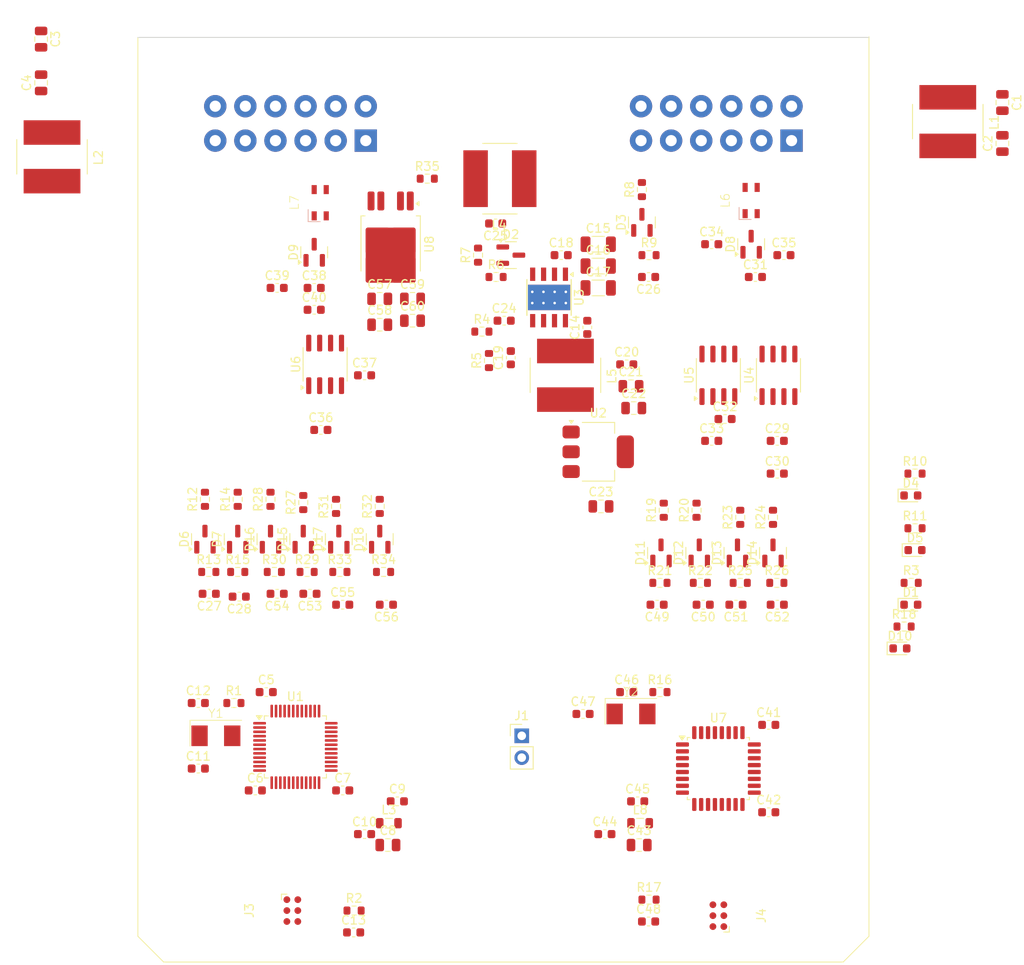
<source format=kicad_pcb>
(kicad_pcb (version 20240108) (generator "pcbnew") (generator_version "8.0")
  (title_block (title "Aphid Vehicle Controller") (date "2024-05-20") (rev "1.0") (company "Aphid EV"))
  (layers (0 "F.Cu" signal) (1 "In1.Cu" signal) (2 "In2.Cu" signal) (31 "B.Cu" signal) (34 "B.Paste" user) (35 "F.Paste" user) (36 "B.SilkS" user "B.Silkscreen") (37 "F.SilkS" user "F.Silkscreen") (38 "B.Mask" user) (39 "F.Mask" user) (44 "Edge.Cuts" user))
  (net 0 "")
  (net 1 "GND")
  (net 2 "Net-(J2A-L9)")
  (net 3 "Net-(J2B-R9)")
  (net 4 "/MCU/MAIN_VDDA")
  (net 5 "/MCU/MAIN_OSC_IN")
  (net 6 "+5V")
  (net 7 "+3.3V")
  (net 8 "Net-(C12-Pad1)")
  (net 9 "/MCU/MAIN_NRST")
  (net 10 "/CAN/CAN2_HIGH")
  (net 11 "+12V")
  (net 12 "/CAN/CAN1_LOW")
  (net 13 "/CAN/CAN2_LOW")
  (net 14 "/MCU/VIN_SENSE")
  (net 15 "/MCU/IGNITION_SENSE")
  (net 16 "/Connectors/VIN")
  (net 17 "/MCU/CRANK_SENSE")
  (net 18 "Net-(U4-CANH)")
  (net 19 "Net-(U4-CANL)")
  (net 20 "Net-(U6-CANL)")
  (net 21 "Net-(U6-CANH)")
  (net 22 "/Monitor/MONITOR_VDDA")
  (net 23 "/Monitor/MONITOR_OSC_IN")
  (net 24 "Net-(U3-SW)")
  (net 25 "/Monitor/MONITOR_NRST")
  (net 26 "/Inputs/BRAKE1_FILTERED")
  (net 27 "/CAN/CAN1_HIGH")
  (net 28 "/Inputs/ACC1_FILTERED")
  (net 29 "/Inputs/BRAKE2_FILTERED")
  (net 30 "/Inputs/ACC2_FILTERED")
  (net 31 "/Inputs/DIR_F1_FILTERED")
  (net 32 "/Inputs/DIR_R1_FILTERED")
  (net 33 "/Inputs/DIR_F2_FILTERED")
  (net 34 "/Inputs/DIR_R2_FILTERED")
  (net 35 "Net-(D1-A)")
  (net 36 "/MCU/POWER_KEEPALIVE")
  (net 37 "Net-(U3-BOOT)")
  (net 38 "Net-(D5-A)")
  (net 40 "Net-(U3-FB)")
  (net 49 "Net-(U3-VCC)")
  (net 51 "/MCU/MONITOR_UART_RX")
  (net 52 "/MCU/MONITOR_UART_TX")
  (net 53 "/Connectors/DIR_R2")
  (net 54 "/Connectors/BRAKE1")
  (net 56 "/Connectors/DIR_F2")
  (net 57 "/Connectors/ACC1")
  (net 58 "/Connectors/DIR_F1")
  (net 59 "/Connectors/CRANK")
  (net 60 "/Connectors/HIGH_SIDE_DRIVE")
  (net 62 "/Connectors/BRAKE2")
  (net 63 "/Connectors/IGNITION")
  (net 64 "/Connectors/ACC2")
  (net 65 "/Connectors/DIR_R1")
  (net 66 "/MCU/MAIN_SWDIO")
  (net 67 "/MCU/MAIN_SWCLK")
  (net 68 "/MCU/MAIN_SWO")
  (net 69 "/Monitor/MONITOR_SWCLK")
  (net 70 "/Monitor/MONITOR_SWO")
  (net 71 "/Monitor/MONITOR_DBG_TX")
  (net 72 "/Monitor/MONITOR_SWDIO")
  (net 73 "/Monitor/MONITOR_DBG_RX")
  (net 74 "/MCU/MAIN_OSC_OUT")
  (net 75 "/MCU/MAIN_STATUS")
  (net 76 "/Monitor/MONITOR_OSC_OUT")
  (net 77 "/CAN/CAN1_RX")
  (net 78 "/CAN/CAN1_TX")
  (net 79 "/CAN/CAN2_RX")
  (net 80 "/CAN/CAN2_TX")
  (net 81 "/Monitor/MONITOR_STATUS")
  (net 82 "/High Side Out/HIGH_SIDE_SENSE")
  (net 103 "/CAN/CAN1_MONITOR_RX")
  (net 105 "/CAN/CAN1_MONITOR_TX")
  (net 120 "/High Side Out/HIGH_SIDE_ENABLE")
  (net 121 "Net-(U3-EN)")
  (net 122 "Net-(C47-Pad1)")
  (net 123 "Net-(D2-Pad2)")
  (net 125 "Net-(D4-A)")
  (net 127 "Net-(D10-A)")
  (footprint "Capacitor_SMD:C_0603_1608Metric" (layer "F.Cu") (at 119.38 73.66)
    (property "Reference" "C40" (at 0 -1.43 0) (layer "F.SilkS"))
    (property "Value" "33 pF")
    (pad "1" smd roundrect (at -0.775 0) (size 0.9 0.95) (layers "F.Cu" "F.Paste" "F.Mask") (net 20 "Net-(U6-CANL)"))
    (pad "2" smd roundrect (at 0.775 0) (size 0.9 0.95) (layers "F.Cu" "F.Paste" "F.Mask") (net 1 "GND"))
  )
  (footprint "Capacitor_SMD:C_0603_1608Metric" (layer "F.Cu") (at 167.145 86.36)
    (property "Reference" "C32" (at 0 -1.43 0) (layer "F.SilkS"))
    (property "Value" "100 nF")
    (pad "1" smd roundrect (at -0.775 0) (size 0.9 0.95) (layers "F.Cu" "F.Paste" "F.Mask") (net 6 "+5V"))
    (pad "2" smd roundrect (at 0.775 0) (size 0.9 0.95) (layers "F.Cu" "F.Paste" "F.Mask") (net 1 "GND"))
  )
  (footprint "aphid:ACT1210D" (layer "F.Cu") (at 170.18 60.96 90)
    (property "Reference" "L6" (at 0 -3 90) (layer "F.SilkS") (effects (font (thickness 0.1))))
    (property "Value" "ACT1210D")
    (pad "1" smd rect (at -1.525 -0.7 90) (size 1.05 0.6) (layers "F.Cu" "F.Paste" "F.Mask") (net 18 "Net-(U4-CANH)"))
    (pad "2" smd rect (at -1.526 0.7 90) (size 1.05 0.6) (layers "F.Cu" "F.Paste" "F.Mask") (net 19 "Net-(U4-CANL)"))
    (pad "3" smd rect (at 1.525 0.7 90) (size 1.05 0.6) (layers "F.Cu" "F.Paste" "F.Mask") (net 12 "/CAN/CAN1_LOW"))
    (pad "4" smd rect (at 1.525 -0.7 90) (size 1.05 0.6) (layers "F.Cu" "F.Paste" "F.Mask") (net 27 "/CAN/CAN1_HIGH"))
  )
  (footprint "Capacitor_SMD:C_0603_1608Metric" (layer "F.Cu") (at 123.965 146.05)
    (property "Reference" "C13" (at 0 -1.43 0) (layer "F.SilkS"))
    (property "Value" "100nF")
    (pad "1" smd roundrect (at -0.775 0) (size 0.9 0.95) (layers "F.Cu" "F.Paste" "F.Mask") (net 9 "/MCU/MAIN_NRST"))
    (pad "2" smd roundrect (at 0.775 0) (size 0.9 0.95) (layers "F.Cu" "F.Paste" "F.Mask") (net 1 "GND"))
  )
  (footprint "Capacitor_SMD:C_0603_1608Metric" (layer "F.Cu") (at 125.235 81.28)
    (property "Reference" "C37" (at 0 -1.43 0) (layer "F.SilkS"))
    (property "Value" "100 nF")
    (pad "1" smd roundrect (at -0.775 0) (size 0.9 0.95) (layers "F.Cu" "F.Paste" "F.Mask") (net 7 "+3.3V"))
    (pad "2" smd roundrect (at 0.775 0) (size 0.9 0.95) (layers "F.Cu" "F.Paste" "F.Mask") (net 1 "GND"))
  )
  (footprint "Capacitor_SMD:C_0603_1608Metric" (layer "F.Cu") (at 129.045 130.81)
    (property "Reference" "C9" (at 0 -1.43 0) (layer "F.SilkS"))
    (property "Value" "1uF")
    (pad "1" smd roundrect (at -0.775 0) (size 0.9 0.95) (layers "F.Cu" "F.Paste" "F.Mask") (net 4 "/MCU/MAIN_VDDA"))
    (pad "2" smd roundrect (at 0.775 0) (size 0.9 0.95) (layers "F.Cu" "F.Paste" "F.Mask") (net 1 "GND"))
  )
  (footprint "Capacitor_SMD:C_0805_2012Metric" (layer "F.Cu") (at 157.16 135.89)
    (property "Reference" "C43" (at 0 -1.68 0) (layer "F.SilkS"))
    (property "Value" "4.7uF")
    (pad "1" smd roundrect (at -0.95 0) (size 1 1.45) (layers "F.Cu" "F.Paste" "F.Mask") (net 7 "+3.3V"))
    (pad "2" smd roundrect (at 0.95 0) (size 1 1.45) (layers "F.Cu" "F.Paste" "F.Mask") (net 1 "GND"))
  )
  (footprint "Resistor_SMD:R_0603_1608Metric" (layer "F.Cu") (at 163.83 96.965 90)
    (property "Reference" "R20" (at 0 -1.43 90) (layer "F.SilkS"))
    (property "Value" "5.1k")
    (pad "1" smd roundrect (at -0.825 0 90) (size 0.8 0.95) (layers "F.Cu" "F.Paste" "F.Mask") (net 28 "/Inputs/ACC1_FILTERED"))
    (pad "2" smd roundrect (at 0.825 0 90) (size 0.8 0.95) (layers "F.Cu" "F.Paste" "F.Mask") (net 57 "/Connectors/ACC1"))
  )
  (footprint "Resistor_SMD:R_0603_1608Metric" (layer "F.Cu") (at 107.125 104.14)
    (property "Reference" "R13" (at 0 -1.43 0) (layer "F.SilkS"))
    (property "Value" "10k")
    (pad "1" smd roundrect (at -0.825 0) (size 0.8 0.95) (layers "F.Cu" "F.Paste" "F.Mask") (net 1 "GND"))
    (pad "2" smd roundrect (at 0.825 0) (size 0.8 0.95) (layers "F.Cu" "F.Paste" "F.Mask") (net 15 "/MCU/IGNITION_SENSE"))
  )
  (footprint "Resistor_SMD:R_0603_1608Metric" (layer "F.Cu") (at 173.165 105.41)
    (property "Reference" "R26" (at 0 -1.43 0) (layer "F.SilkS"))
    (property "Value" "10k")
    (pad "1" smd roundrect (at -0.825 0) (size 0.8 0.95) (layers "F.Cu" "F.Paste" "F.Mask") (net 1 "GND"))
    (pad "2" smd roundrect (at 0.825 0) (size 0.8 0.95) (layers "F.Cu" "F.Paste" "F.Mask") (net 30 "/Inputs/ACC2_FILTERED"))
  )
  (footprint "Package_SO:SOIC-8_3.9x4.9mm_P1.27mm" (layer "F.Cu") (at 166.37 81.28 90)
    (property "Reference" "U5" (at 0 -3.4 90) (layer "F.SilkS"))
    (property "Value" "TJA1042T-3")
    (pad "1" smd roundrect (at -2.475 -1.905 90) (size 1.95 0.6) (layers "F.Cu" "F.Paste" "F.Mask") (net 78 "/CAN/CAN1_TX"))
    (pad "2" smd roundrect (at -2.475 -0.635 90) (size 1.95 0.6) (layers "F.Cu" "F.Paste" "F.Mask") (net 1 "GND"))
    (pad "3" smd roundrect (at -2.475 0.635 90) (size 1.95 0.6) (layers "F.Cu" "F.Paste" "F.Mask") (net 6 "+5V"))
    (pad "4" smd roundrect (at -2.475 1.905 90) (size 1.95 0.6) (layers "F.Cu" "F.Paste" "F.Mask") (net 77 "/CAN/CAN1_RX"))
    (pad "5" smd roundrect (at 2.475 1.905 90) (size 1.95 0.6) (layers "F.Cu" "F.Paste" "F.Mask") (net 7 "+3.3V"))
    (pad "6" smd roundrect (at 2.475 0.635 90) (size 1.95 0.6) (layers "F.Cu" "F.Paste" "F.Mask") (net 19 "Net-(U4-CANL)"))
    (pad "7" smd roundrect (at 2.475 -0.635 90) (size 1.95 0.6) (layers "F.Cu" "F.Paste" "F.Mask") (net 18 "Net-(U4-CANH)"))
    (pad "8" smd roundrect (at 2.475 -1.905 90) (size 1.95 0.6) (layers "F.Cu" "F.Paste" "F.Mask") (net 1 "GND"))
  )
  (footprint "Capacitor_SMD:C_0603_1608Metric" (layer "F.Cu") (at 107.175 106.68 180)
    (property "Reference" "C27" (at 0 -1.43 0) (layer "F.SilkS"))
    (property "Value" "1uF")
    (pad "1" smd roundrect (at -0.775 0 180) (size 0.9 0.95) (layers "F.Cu" "F.Paste" "F.Mask") (net 15 "/MCU/IGNITION_SENSE"))
    (pad "2" smd roundrect (at 0.775 0 180) (size 0.9 0.95) (layers "F.Cu" "F.Paste" "F.Mask") (net 1 "GND"))
  )
  (footprint "Package_TO_SOT_SMD:SOT-23" (layer "F.Cu") (at 159.7 101.9325 90)
    (property "Reference" "D11" (at 0 -2.4 90) (layer "F.SilkS"))
    (property "Value" "BZX84C3V6")
    (pad "1" smd roundrect (at -0.9375 -0.95 90) (size 1.475 0.6) (layers "F.Cu" "F.Paste" "F.Mask") (net 1 "GND"))
    (pad "2" smd roundrect (at -0.9375 0.95 90) (size 1.475 0.6) (layers "F.Cu" "F.Paste" "F.Mask"))
    (pad "3" smd roundrect (at 0.9375 0 90) (size 1.475 0.6) (layers "F.Cu" "F.Paste" "F.Mask") (net 26 "/Inputs/BRAKE1_FILTERED"))
  )
  (footprint "Package_TO_SOT_SMD:SOT-23" (layer "F.Cu") (at 118.11 100.33 90)
    (property "Reference" "D15" (at 0 -2.4 90) (layer "F.SilkS"))
    (property "Value" "BZX84C3V6")
    (pad "1" smd roundrect (at -0.9375 -0.95 90) (size 1.475 0.6) (layers "F.Cu" "F.Paste" "F.Mask") (net 1 "GND"))
    (pad "2" smd roundrect (at -0.9375 0.95 90) (size 1.475 0.6) (layers "F.Cu" "F.Paste" "F.Mask"))
    (pad "3" smd roundrect (at 0.9375 0 90) (size 1.475 0.6) (layers "F.Cu" "F.Paste" "F.Mask") (net 31 "/Inputs/DIR_F1_FILTERED"))
  )
  (footprint "LED_SMD:LED_0603_1608Metric" (layer "F.Cu") (at 188.7475 107.95)
    (property "Reference" "D1" (at 0 -1.43 0) (layer "F.SilkS"))
    (property "Value" "STATUS")
    (pad "1" smd roundrect (at -0.7875 0) (size 0.875 0.95) (layers "F.Cu" "F.Paste" "F.Mask") (net 1 "GND"))
    (pad "2" smd roundrect (at 0.7875 0) (size 0.875 0.95) (layers "F.Cu" "F.Paste" "F.Mask") (net 35 "Net-(D1-A)"))
  )
  (footprint "Capacitor_SMD:C_0603_1608Metric" (layer "F.Cu") (at 173.215 107.95 180)
    (property "Reference" "C52" (at 0 -1.43 0) (layer "F.SilkS"))
    (property "Value" "1uF")
    (pad "1" smd roundrect (at -0.775 0 180) (size 0.9 0.95) (layers "F.Cu" "F.Paste" "F.Mask") (net 30 "/Inputs/ACC2_FILTERED"))
    (pad "2" smd roundrect (at 0.775 0 180) (size 0.9 0.95) (layers "F.Cu" "F.Paste" "F.Mask") (net 1 "GND"))
  )
  (footprint "Capacitor_SMD:C_0603_1608Metric" (layer "F.Cu") (at 165.595 88.9)
    (property "Reference" "C33" (at 0 -1.43 0) (layer "F.SilkS"))
    (property "Value" "100 nF")
    (pad "1" smd roundrect (at -0.775 0) (size 0.9 0.95) (layers "F.Cu" "F.Paste" "F.Mask") (net 7 "+3.3V"))
    (pad "2" smd roundrect (at 0.775 0) (size 0.9 0.95) (layers "F.Cu" "F.Paste" "F.Mask") (net 1 "GND"))
  )
  (footprint "Resistor_SMD:R_0603_1608Metric" (layer "F.Cu") (at 168.91 97.79 90)
    (property "Reference" "R23" (at 0 -1.43 90) (layer "F.SilkS"))
    (property "Value" "5.1k")
    (pad "1" smd roundrect (at -0.825 0 90) (size 0.8 0.95) (layers "F.Cu" "F.Paste" "F.Mask") (net 29 "/Inputs/BRAKE2_FILTERED"))
    (pad "2" smd roundrect (at 0.825 0 90) (size 0.8 0.95) (layers "F.Cu" "F.Paste" "F.Mask") (net 62 "/Connectors/BRAKE2"))
  )
  (footprint "Capacitor_SMD:C_0603_1608Metric" (layer "F.Cu") (at 155.715 118.11)
    (property "Reference" "C46" (at 0 -1.43 0) (layer "F.SilkS"))
    (property "Value" "22p")
    (pad "1" smd roundrect (at -0.775 0) (size 0.9 0.95) (layers "F.Cu" "F.Paste" "F.Mask") (net 23 "/Monitor/MONITOR_OSC_IN"))
    (pad "2" smd roundrect (at 0.775 0) (size 0.9 0.95) (layers "F.Cu" "F.Paste" "F.Mask") (net 1 "GND"))
  )
  (footprint "Package_SO:SOIC-8_3.9x4.9mm_P1.27mm" (layer "F.Cu") (at 173.355 81.28 90)
    (property "Reference" "U4" (at 0 -3.4 90) (layer "F.SilkS"))
    (property "Value" "TJA1042T-3")
    (pad "1" smd roundrect (at -2.475 -1.905 90) (size 1.95 0.6) (layers "F.Cu" "F.Paste" "F.Mask") (net 105 "/CAN/CAN1_MONITOR_TX"))
    (pad "2" smd roundrect (at -2.475 -0.635 90) (size 1.95 0.6) (layers "F.Cu" "F.Paste" "F.Mask") (net 1 "GND"))
    (pad "3" smd roundrect (at -2.475 0.635 90) (size 1.95 0.6) (layers "F.Cu" "F.Paste" "F.Mask") (net 6 "+5V"))
    (pad "4" smd roundrect (at -2.475 1.905 90) (size 1.95 0.6) (layers "F.Cu" "F.Paste" "F.Mask") (net 103 "/CAN/CAN1_MONITOR_RX"))
    (pad "5" smd roundrect (at 2.475 1.905 90) (size 1.95 0.6) (layers "F.Cu" "F.Paste" "F.Mask") (net 7 "+3.3V"))
    (pad "6" smd roundrect (at 2.475 0.635 90) (size 1.95 0.6) (layers "F.Cu" "F.Paste" "F.Mask") (net 19 "Net-(U4-CANL)"))
    (pad "7" smd roundrect (at 2.475 -0.635 90) (size 1.95 0.6) (layers "F.Cu" "F.Paste" "F.Mask") (net 18 "Net-(U4-CANH)"))
    (pad "8" smd roundrect (at 2.475 -1.905 90) (size 1.95 0.6) (layers "F.Cu" "F.Paste" "F.Mask"))
  )
  (footprint "Package_SO:Texas_HSOP-8-1EP_3.9x4.9mm_P1.27mm_ThermalVias" (layer "F.Cu") (at 146.685 72.23 -90)
    (property "Reference" "U3" (at 0 -3.5 90) (layer "F.SilkS"))
    (property "Value" "LMR33630BDDA")
    (pad "1" smd rect (at -2.7 -1.905 270) (size 1.55 0.6) (layers "F.Cu" "F.Paste" "F.Mask") (net 1 "GND"))
    (pad "2" smd rect (at -2.7 -0.635 270) (size 1.55 0.6) (layers "F.Cu" "F.Paste" "F.Mask") (net 11 "+12V"))
    (pad "3" smd rect (at -2.7 0.635 270) (size 1.55 0.6) (layers "F.Cu" "F.Paste" "F.Mask") (net 121 "Net-(U3-EN)"))
    (pad "4" smd rect (at -2.7 1.905 270) (size 1.55 0.6) (layers "F.Cu" "F.Paste" "F.Mask"))
    (pad "5" smd rect (at 2.7 1.905 270) (size 1.55 0.6) (layers "F.Cu" "F.Paste" "F.Mask") (net 40 "Net-(U3-FB)"))
    (pad "6" smd rect (at 2.7 0.635 270) (size 1.55 0.6) (layers "F.Cu" "F.Paste" "F.Mask") (net 49 "Net-(U3-VCC)"))
    (pad "7" smd rect (at 2.7 -0.635 270) (size 1.55 0.6) (layers "F.Cu" "F.Paste" "F.Mask") (net 37 "Net-(U3-BOOT)"))
    (pad "8" smd rect (at 2.7 -1.905 270) (size 1.55 0.6) (layers "F.Cu" "F.Paste" "F.Mask") (net 24 "Net-(U3-SW)"))
    (pad "9" thru_hole circle (at -0.65 -1.95 270) (size 0.6 0.6) (drill 0.3) (layers "*.Cu") (net 1 "GND"))
    (pad "9" thru_hole circle (at -0.65 -0.65 270) (size 0.6 0.6) (drill 0.3) (layers "*.Cu") (net 1 "GND"))
    (pad "9" thru_hole circle (at -0.65 0.65 270) (size 0.6 0.6) (drill 0.3) (layers "*.Cu") (net 1 "GND"))
    (pad "9" thru_hole circle (at -0.65 1.95 270) (size 0.6 0.6) (drill 0.3) (layers "*.Cu") (net 1 "GND"))
    (pad "9" smd rect (at 0 0 270) (size 2.95 4.9) (layers "F.Cu") (net 1 "GND"))
    (pad "9" smd rect (at 0 0 270) (size 2.95 4.9) (layers "B.Cu") (net 1 "GND"))
    (pad "9" thru_hole circle (at 0.65 -1.95 270) (size 0.6 0.6) (drill 0.3) (layers "*.Cu") (net 1 "GND"))
    (pad "9" thru_hole circle (at 0.65 -0.65 270) (size 0.6 0.6) (drill 0.3) (layers "*.Cu") (net 1 "GND"))
    (pad "9" thru_hole circle (at 0.65 0.65 270) (size 0.6 0.6) (drill 0.3) (layers "*.Cu") (net 1 "GND"))
    (pad "9" thru_hole circle (at 0.65 1.95 270) (size 0.6 0.6) (drill 0.3) (layers "*.Cu") (net 1 "GND"))
  )
  (footprint "LED_SMD:LED_0603_1608Metric" (layer "F.Cu") (at 188.7475 95.25)
    (property "Reference" "D4" (at 0 -1.43 0) (layer "F.SilkS"))
    (property "Value" "5V PWR")
    (pad "1" smd roundrect (at -0.7875 0) (size 0.875 0.95) (layers "F.Cu" "F.Paste" "F.Mask") (net 1 "GND"))
    (pad "2" smd roundrect (at 0.7875 0) (size 0.875 0.95) (layers "F.Cu" "F.Paste" "F.Mask") (net 125 "Net-(D4-A)"))
  )
  (footprint "Inductor_SMD:L_0805_2012Metric" (layer "F.Cu") (at 128.0625 133.35)
    (property "Reference" "L3" (at 0 -1.55 0) (layer "F.SilkS"))
    (property "Value" "L")
    (pad "1" smd roundrect (at -1.0625 0) (size 0.875 1.2) (layers "F.Cu" "F.Paste" "F.Mask") (net 7 "+3.3V"))
    (pad "2" smd roundrect (at 1.0625 0) (size 0.875 1.2) (layers "F.Cu" "F.Paste" "F.Mask") (net 4 "/MCU/MAIN_VDDA"))
  )
  (footprint "Capacitor_SMD:C_0603_1608Metric" (layer "F.Cu") (at 120.155 87.63)
    (property "Reference" "C36" (at 0 -1.43 0) (layer "F.SilkS"))
    (property "Value" "100 nF")
    (pad "1" smd roundrect (at -0.775 0) (size 0.9 0.95) (layers "F.Cu" "F.Paste" "F.Mask") (net 6 "+5V"))
    (pad "2" smd roundrect (at 0.775 0) (size 0.9 0.95) (layers "F.Cu" "F.Paste" "F.Mask") (net 1 "GND"))
  )
  (footprint "Capacitor_SMD:C_0603_1608Metric" (layer "F.Cu") (at 115.075 106.68 180)
    (property "Reference" "C54" (at 0 -1.43 0) (layer "F.SilkS"))
    (property "Value" "1uF")
    (pad "1" smd roundrect (at -0.775 0 180) (size 0.9 0.95) (layers "F.Cu" "F.Paste" "F.Mask") (net 32 "/Inputs/DIR_R1_FILTERED"))
    (pad "2" smd roundrect (at 0.775 0 180) (size 0.9 0.95) (layers "F.Cu" "F.Paste" "F.Mask") (net 1 "GND"))
  )
  (footprint "Resistor_SMD:R_0603_1608Metric" (layer "F.Cu") (at 106.68 95.695 90)
    (property "Reference" "R12" (at 0 -1.43 90) (layer "F.SilkS"))
    (property "Value" "38k")
    (pad "1" smd roundrect (at -0.825 0 90) (size 0.8 0.95) (layers "F.Cu" "F.Paste" "F.Mask") (net 15 "/MCU/IGNITION_SENSE"))
    (pad "2" smd roundrect (at 0.825 0 90) (size 0.8 0.95) (layers "F.Cu" "F.Paste" "F.Mask") (net 63 "/Connectors/IGNITION"))
  )
  (footprint "Package_TO_SOT_SMD:SOT-23" (layer "F.Cu") (at 170.18 66.04 90)
    (property "Reference" "D8" (at 0 -2.4 90) (layer "F.SilkS"))
    (property "Value" "NUP2105L")
    (pad "1" smd roundrect (at -0.9375 -0.95 90) (size 1.475 0.6) (layers "F.Cu" "F.Paste" "F.Mask") (net 18 "Net-(U4-CANH)"))
    (pad "2" smd roundrect (at -0.9375 0.95 90) (size 1.475 0.6) (layers "F.Cu" "F.Paste" "F.Mask") (net 19 "Net-(U4-CANL)"))
    (pad "3" smd roundrect (at 0.9375 0 90) (size 1.475 0.6) (layers "F.Cu" "F.Paste" "F.Mask") (net 1 "GND"))
  )
  (footprint "Capacitor_SMD:C_0603_1608Metric" (layer "F.Cu") (at 113.805 118.11)
    (property "Reference" "C5" (at 0 -1.43 0) (layer "F.SilkS"))
    (property "Value" "100nF")
    (pad "1" smd roundrect (at -0.775 0) (size 0.9 0.95) (layers "F.Cu" "F.Paste" "F.Mask") (net 7 "+3.3V"))
    (pad "2" smd roundrect (at 0.775 0) (size 0.9 0.95) (layers "F.Cu" "F.Paste" "F.Mask") (net 1 "GND"))
  )
  (footprint "Capacitor_SMD:C_0603_1608Metric" (layer "F.Cu") (at 158.255 69.85 180)
    (property "Reference" "C26" (at 0 -1.43 0) (layer "F.SilkS"))
    (property "Value" "1uF")
    (pad "1" smd roundrect (at -0.775 0 180) (size 0.9 0.95) (layers "F.Cu" "F.Paste" "F.Mask") (net 14 "/MCU/VIN_SENSE"))
    (pad "2" smd roundrect (at 0.775 0 180) (size 0.9 0.95) (layers "F.Cu" "F.Paste" "F.Mask") (net 1 "GND"))
  )
  (footprint "Inductor_SMD:L_Bourns_SRN8040TA" (layer "F.Cu") (at 148.59 81.28 -90)
    (property "Reference" "L5" (at 0.1 -5.4 90) (layer "F.SilkS"))
    (property "Value" "2.2uH")
    (pad "1" smd rect (at -2.825 0 180) (size 6.6 2.85) (layers "F.Cu" "F.Paste" "F.Mask") (net 24 "Net-(U3-SW)"))
    (pad "2" smd rect (at 2.825 0 180) (size 6.6 2.85) (layers "F.Cu" "F.Paste" "F.Mask") (net 6 "+5V"))
  )
  (footprint "LED_SMD:LED_0603_1608Metric" (layer "F.Cu") (at 189.23 101.6)
    (property "Reference" "D5" (at 0 -1.43 0) (layer "F.SilkS"))
    (property "Value" "3V3 PWR")
    (pad "1" smd roundrect (at -0.7875 0) (size 0.875 0.95) (layers "F.Cu" "F.Paste" "F.Mask") (net 1 "GND"))
    (pad "2" smd roundrect (at 0.7875 0) (size 0.875 0.95) (layers "F.Cu" "F.Paste" "F.Mask") (net 38 "Net-(D5-A)"))
  )
  (footprint "Inductor_SMD:L_Bourns_SRN8040TA" (layer "F.Cu") (at 140.97 58.42 180)
    (property "Reference" "L4" (at 0.1 -5.4 0) (layer "F.SilkS"))
    (property "Value" "2.2uH")
    (pad "1" smd rect (at -2.825 0 90) (size 6.6 2.85) (layers "F.Cu" "F.Paste" "F.Mask") (net 16 "/Connectors/VIN"))
    (pad "2" smd rect (at 2.825 0 90) (size 6.6 2.85) (layers "F.Cu" "F.Paste" "F.Mask") (net 11 "+12V"))
  )
  (footprint "Capacitor_SMD:C_0805_2012Metric" (layer "F.Cu") (at 199.39 49.565 -90)
    (property "Reference" "C1" (at 0 -1.68 90) (layer "F.SilkS"))
    (property "Value" "10uF")
    (pad "1" smd roundrect (at -0.95 0 270) (size 1 1.45) (layers "F.Cu" "F.Paste" "F.Mask") (net 2 "Net-(J2A-L9)"))
    (pad "2" smd roundrect (at 0.95 0 270) (size 1 1.45) (layers "F.Cu" "F.Paste" "F.Mask") (net 1 "GND"))
  )
  (footprint "Capacitor_SMD:C_0805_2012Metric" (layer "F.Cu") (at 127.95 135.89)
    (property "Reference" "C8" (at 0 -1.68 0) (layer "F.SilkS"))
    (property "Value" "4.7uF")
    (pad "1" smd roundrect (at -0.95 0) (size 1 1.45) (layers "F.Cu" "F.Paste" "F.Mask") (net 7 "+3.3V"))
    (pad "2" smd roundrect (at 0.95 0) (size 1 1.45) (layers "F.Cu" "F.Paste" "F.Mask") (net 1 "GND"))
  )
  (footprint "Capacitor_SMD:C_0603_1608Metric" (layer "F.Cu") (at 156.985 130.81)
    (property "Reference" "C45" (at 0 -1.43 0) (layer "F.SilkS"))
    (property "Value" "100nF")
    (pad "1" smd roundrect (at -0.775 0) (size 0.9 0.95) (layers "F.Cu" "F.Paste" "F.Mask") (net 22 "/Monitor/MONITOR_VDDA"))
    (pad "2" smd roundrect (at 0.775 0) (size 0.9 0.95) (layers "F.Cu" "F.Paste" "F.Mask") (net 1 "GND"))
  )
  (footprint "Capacitor_SMD:C_0603_1608Metric" (layer "F.Cu") (at 168.415 107.95 180)
    (property "Reference" "C51" (at 0 -1.43 0) (layer "F.SilkS"))
    (property "Value" "1uF")
    (pad "1" smd roundrect (at -0.775 0 180) (size 0.9 0.95) (layers "F.Cu" "F.Paste" "F.Mask") (net 29 "/Inputs/BRAKE2_FILTERED"))
    (pad "2" smd roundrect (at 0.775 0 180) (size 0.9 0.95) (layers "F.Cu" "F.Paste" "F.Mask") (net 1 "GND"))
  )
  (footprint "Capacitor_SMD:C_0603_1608Metric" (layer "F.Cu") (at 140.475 63.63 180)
    (property "Reference" "C25" (at 0 -1.43 0) (layer "F.SilkS"))
    (property "Value" "100nF")
    (pad "1" smd roundrect (at -0.775 0 180) (size 0.9 0.95) (layers "F.Cu" "F.Paste" "F.Mask") (net 121 "Net-(U3-EN)"))
    (pad "2" smd roundrect (at 0.775 0 180) (size 0.9 0.95) (layers "F.Cu" "F.Paste" "F.Mask") (net 1 "GND"))
  )
  (footprint "aphid:ABM3-x.xxxMHZ-D2Y-T" (layer "F.Cu") (at 107.95 123.19)
    (property "Reference" "Y1" (at 0 -2.6 0) (layer "F.SilkS") (effects (font (thickness 0.1))))
    (property "Value" "8 MHz")
    (pad "1" smd rect (at -1.9 0) (size 1.9 2.4) (layers "F.Cu" "F.Paste" "F.Mask") (net 5 "/MCU/MAIN_OSC_IN"))
    (pad "2" smd rect (at 1.9 0) (size 1.9 2.4) (layers "F.Cu" "F.Paste" "F.Mask") (net 8 "Net-(C12-Pad1)"))
  )
  (footprint "Package_TO_SOT_SMD:SOT-23" (layer "F.Cu") (at 127 100.33 90)
    (property "Reference" "D18" (at 0 -2.4 90) (layer "F.SilkS"))
    (property "Value" "BZX84C3V6")
    (pad "1" smd roundrect (at -0.9375 -0.95 90) (size 1.475 0.6) (layers "F.Cu" "F.Paste" "F.Mask") (net 1 "GND"))
    (pad "2" smd roundrect (at -0.9375 0.95 90) (size 1.475 0.6) (layers "F.Cu" "F.Paste" "F.Mask"))
    (pad "3" smd roundrect (at 0.9375 0 90) (size 1.475 0.6) (layers "F.Cu" "F.Paste" "F.Mask") (net 34 "/Inputs/DIR_R2_FILTERED"))
  )
  (footprint "Package_TO_SOT_SMD:SOT-23" (layer "F.Cu") (at 106.68 100.33 90)
    (property "Reference" "D6" (at 0 -2.4 90) (layer "F.SilkS"))
    (property "Value" "BZX84C3V6")
    (pad "1" smd roundrect (at -0.9375 -0.95 90) (size 1.475 0.6) (layers "F.Cu" "F.Paste" "F.Mask") (net 1 "GND"))
    (pad "2" smd roundrect (at -0.9375 0.95 90) (size 1.475 0.6) (layers "F.Cu" "F.Paste" "F.Mask"))
    (pad "3" smd roundrect (at 0.9375 0 90) (size 1.475 0.6) (layers "F.Cu" "F.Paste" "F.Mask") (net 15 "/MCU/IGNITION_SENSE"))
  )
  (footprint "Capacitor_SMD:C_1206_3216Metric" (layer "F.Cu") (at 152.4 68.58)
    (property "Reference" "C16" (at 0 -1.85 0) (layer "F.SilkS"))
    (property "Value" "10 uF 50V")
    (pad "1" smd roundrect (at -1.475 0) (size 1.15 1.8) (layers "F.Cu" "F.Paste" "F.Mask") (roundrect_rratio 0.217391) (net 11 "+12V"))
    (pad "2" smd roundrect (at 1.475 0) (size 1.15 1.8) (layers "F.Cu" "F.Paste" "F.Mask") (roundrect_rratio 0.217391) (net 1 "GND"))
  )
  (footprint "Package_TO_SOT_SMD:SOT-23" (layer "F.Cu") (at 172.72 101.9325 90)
    (property "Reference" "D14" (at 0 -2.4 90) (layer "F.SilkS"))
    (property "Value" "BZX84C3V6")
    (pad "1" smd roundrect (at -0.9375 -0.95 90) (size 1.475 0.6) (layers "F.Cu" "F.Paste" "F.Mask") (net 1 "GND"))
    (pad "2" smd roundrect (at -0.9375 0.95 90) (size 1.475 0.6) (layers "F.Cu" "F.Paste" "F.Mask"))
    (pad "3" smd roundrect (at 0.9375 0 90) (size 1.475 0.6) (layers "F.Cu" "F.Paste" "F.Mask") (net 30 "/Inputs/ACC2_FILTERED"))
  )
  (footprint "Resistor_SMD:R_0603_1608Metric" (layer "F.Cu") (at 139.7 79.565 90)
    (property "Reference" "R5" (at 0 -1.43 90) (layer "F.SilkS"))
    (property "Value" "24.9k")
    (pad "1" smd roundrect (at -0.825 0 90) (size 0.8 0.95) (layers "F.Cu" "F.Paste" "F.Mask") (net 40 "Net-(U3-FB)"))
    (pad "2" smd roundrect (at 0.825 0 90) (size 0.8 0.95) (layers "F.Cu" "F.Paste" "F.Mask") (net 1 "GND"))
  )
  (footprint "Capacitor_SMD:C_0805_2012Metric" (layer "F.Cu") (at 87.63 42.195 -90)
    (property "Reference" "C3" (at 0 -1.68 90) (layer "F.SilkS"))
    (property "Value" "10uF")
    (pad "1" smd roundrect (at -0.95 0 270) (size 1 1.45) (layers "F.Cu" "F.Paste" "F.Mask") (net 3 "Net-(J2B-R9)"))
    (pad "2" smd roundrect (at 0.95 0 270) (size 1 1.45) (layers "F.Cu" "F.Paste" "F.Mask") (net 1 "GND"))
  )
  (footprint "Capacitor_SMD:C_0805_2012Metric" (layer "F.Cu") (at 127 75.4)
    (property "Reference" "C58" (at 0 -1.68 0) (layer "F.SilkS"))
    (property "Value" "10uF")
    (pad "1" smd roundrect (at -0.95 0) (size 1 1.45) (layers "F.Cu" "F.Paste" "F.Mask") (net 11 "+12V"))
    (pad "2" smd roundrect (at 0.95 0) (size 1 1.45) (layers "F.Cu" "F.Paste" "F.Mask") (net 1 "GND"))
  )
  (footprint "Connector:Tag-Connect_TC2030-IDC-FP_2x03_P1.27mm_Vertical" (layer "F.Cu") (at 116.84 143.51 -90)
    (property "Reference" "J3" (at 0 5 90) (layer "F.SilkS"))
    (property "Value" "SWD")
    (pad "" np_thru_hole circle (at -2.54 -2.54 270) (size 2.3749 2.3749) (drill 2.3749) (layers "*.Cu" "*.Mask"))
    (pad "" np_thru_hole circle (at -2.54 0 270) (size 0.9906 0.9906) (drill 0.9906) (layers "*.Cu" "*.Mask"))
    (pad "" np_thru_hole circle (at -2.54 2.54 270) (size 2.3749 2.3749) (drill 2.3749) (layers "*.Cu" "*.Mask"))
    (pad "" np_thru_hole circle (at 0.635 -2.54 270) (size 2.3749 2.3749) (drill 2.3749) (layers "*.Cu" "*.Mask"))
    (pad "" np_thru_hole circle (at 0.635 2.54 270) (size 2.3749 2.3749) (drill 2.3749) (layers "*.Cu" "*.Mask"))
    (pad "" np_thru_hole circle (at 2.54 -1.016 270) (size 0.9906 0.9906) (drill 0.9906) (layers "*.Cu" "*.Mask"))
    (pad "" np_thru_hole circle (at 2.54 1.016 270) (size 0.9906 0.9906) (drill 0.9906) (layers "*.Cu" "*.Mask"))
    (pad "1" connect circle (at -1.27 0.635 270) (size 0.7874 0.7874) (layers "F.Cu" "F.Mask") (net 7 "+3.3V"))
    (pad "2" connect circle (at -1.27 -0.635 270) (size 0.7874 0.7874) (layers "F.Cu" "F.Mask") (net 66 "/MCU/MAIN_SWDIO"))
    (pad "3" connect circle (at 0 0.635 270) (size 0.7874 0.7874) (layers "F.Cu" "F.Mask") (net 9 "/MCU/MAIN_NRST"))
    (pad "4" connect circle (at 0 -0.635 270) (size 0.7874 0.7874) (layers "F.Cu" "F.Mask") (net 67 "/MCU/MAIN_SWCLK"))
    (pad "5" connect circle (at 1.27 0.635 270) (size 0.7874 0.7874) (layers "F.Cu" "F.Mask") (net 1 "GND"))
    (pad "6" connect circle (at 1.27 -0.635 270) (size 0.7874 0.7874) (layers "F.Cu" "F.Mask") (net 68 "/MCU/MAIN_SWO"))
  )
  (footprint "Package_TO_SOT_SMD:SOT-223-3_TabPin2" (layer "F.Cu") (at 152.4 90.17)
    (property "Reference" "U2" (at 0 -4.5 0) (layer "F.SilkS"))
    (property "Value" "AMS1117-3.3")
    (pad "1" smd roundrect (at -3.15 -2.3) (size 2 1.5) (layers "F.Cu" "F.Paste" "F.Mask") (net 1 "GND"))
    (pad "2" smd roundrect (at -3.15 0) (size 2 1.5) (layers "F.Cu" "F.Paste" "F.Mask") (net 7 "+3.3V"))
    (pad "2" smd roundrect (at 3.15 0) (size 2 3.8) (layers "F.Cu" "F.Paste" "F.Mask") (net 7 "+3.3V"))
    (pad "3" smd roundrect (at -3.15 2.3) (size 2 1.5) (layers "F.Cu" "F.Paste" "F.Mask") (net 6 "+5V"))
  )
  (footprint "Inductor_SMD:L_Bourns_SRN8040TA" (layer "F.Cu") (at 88.9 55.88 -90)
    (property "Reference" "L2" (at 0.1 -5.4 90) (layer "F.SilkS"))
    (property "Value" "2.2uH")
    (pad "1" smd rect (at -2.825 0 180) (size 6.6 2.85) (layers "F.Cu" "F.Paste" "F.Mask") (net 3 "Net-(J2B-R9)"))
    (pad "2" smd rect (at 2.825 0 180) (size 6.6 2.85) (layers "F.Cu" "F.Paste" "F.Mask") (net 6 "+5V"))
  )
  (footprint "Resistor_SMD:R_0603_1608Metric" (layer "F.Cu") (at 118.11 96.075 90)
    (property "Reference" "R27" (at 0 -1.43 90) (layer "F.SilkS"))
    (property "Value" "5.1k")
    (pad "1" smd roundrect (at -0.825 0 90) (size 0.8 0.95) (layers "F.Cu" "F.Paste" "F.Mask") (net 31 "/Inputs/DIR_F1_FILTERED"))
    (pad "2" smd roundrect (at 0.825 0 90) (size 0.8 0.95) (layers "F.Cu" "F.Paste" "F.Mask") (net 58 "/Connectors/DIR_F1"))
  )
  (footprint "Package_TO_SOT_SMD:SOT-23" (layer "F.Cu") (at 110.49 100.33 90)
    (property "Reference" "D7" (at 0 -2.4 90) (layer "F.SilkS"))
    (property "Value" "BZX84C3V6")
    (pad "1" smd roundrect (at -0.9375 -0.95 90) (size 1.475 0.6) (layers "F.Cu" "F.Paste" "F.Mask") (net 1 "GND"))
    (pad "2" smd roundrect (at -0.9375 0.95 90) (size 1.475 0.6) (layers "F.Cu" "F.Paste" "F.Mask"))
    (pad "3" smd roundrect (at 0.9375 0 90) (size 1.475 0.6) (layers "F.Cu" "F.Paste" "F.Mask") (net 17 "/MCU/CRANK_SENSE"))
  )
  (footprint "Resistor_SMD:R_0603_1608Metric" (layer "F.Cu") (at 159.575 118.11)
    (property "Reference" "R16" (at 0 -1.43 0) (layer "F.SilkS"))
    (property "Value" "22")
    (pad "1" smd roundrect (at -0.825 0) (size 0.8 0.95) (layers "F.Cu" "F.Paste" "F.Mask") (net 122 "Net-(C47-Pad1)"))
    (pad "2" smd roundrect (at 0.825 0) (size 0.8 0.95) (layers "F.Cu" "F.Paste" "F.Mask") (net 76 "/Monitor/MONITOR_OSC_OUT"))
  )
  (footprint "Capacitor_SMD:C_0805_2012Metric" (layer "F.Cu") (at 87.63 47.275 90)
    (property "Reference" "C4" (at 0 -1.68 90) (layer "F.SilkS"))
    (property "Value" "10uF")
    (pad "1" smd roundrect (at -0.95 0 90) (size 1 1.45) (layers "F.Cu" "F.Paste" "F.Mask") (net 6 "+5V"))
    (pad "2" smd roundrect (at 0.95 0 90) (size 1 1.45) (layers "F.Cu" "F.Paste" "F.Mask") (net 1 "GND"))
  )
  (footprint "Inductor_SMD:L_Bourns_SRN8040TA" (layer "F.Cu") (at 193.04 51.785 -90)
    (property "Reference" "L1" (at 0.1 -5.4 90) (layer "F.SilkS"))
    (property "Value" "2.2uH")
    (pad "1" smd rect (at -2.825 0 180) (size 6.6 2.85) (layers "F.Cu" "F.Paste" "F.Mask") (net 2 "Net-(J2A-L9)"))
    (pad "2" smd rect (at 2.825 0 180) (size 6.6 2.85) (layers "F.Cu" "F.Paste" "F.Mask") (net 6 "+5V"))
  )
  (footprint "Package_QFP:LQFP-32_7x7mm_P0.8mm" (layer "F.Cu") (at 166.37 127)
    (property "Reference" "U7" (at 0 -5.88 0) (layer "F.SilkS"))
    (property "Value" "STM32G431KBTx")
    (pad "1" smd roundrect (at -4.175 -2.8) (size 1.5 0.5) (layers "F.Cu" "F.Paste" "F.Mask") (net 7 "+3.3V"))
    (pad "2" smd roundrect (at -4.175 -2) (size 1.5 0.5) (layers "F.Cu" "F.Paste" "F.Mask") (net 23 "/Monitor/MONITOR_OSC_IN"))
    (pad "3" smd roundrect (at -4.175 -1.2) (size 1.5 0.5) (layers "F.Cu" "F.Paste" "F.Mask") (net 76 "/Monitor/MONITOR_OSC_OUT"))
    (pad "4" smd roundrect (at -4.175 -0.4) (size 1.5 0.5) (layers "F.Cu" "F.Paste" "F.Mask") (net 25 "/Monitor/MONITOR_NRST"))
    (pad "5" smd roundrect (at -4.175 0.4) (size 1.5 0.5) (layers "F.Cu" "F.Paste" "F.Mask"))
    (pad "6" smd roundrect (at -4.175 1.2) (size 1.5 0.5) (layers "F.Cu" "F.Paste" "F.Mask"))
    (pad "7" smd roundrect (at -4.175 2) (size 1.5 0.5) (layers "F.Cu" "F.Paste" "F.Mask") (net 71 "/Monitor/MONITOR_DBG_TX"))
    (pad "8" smd roundrect (at -4.175 2.8) (size 1.5 0.5) (layers "F.Cu" "F.Paste" "F.Mask") (net 73 "/Monitor/MONITOR_DBG_RX"))
    (pad "9" smd roundrect (at -2.8 4.175) (size 0.5 1.5) (layers "F.Cu" "F.Paste" "F.Mask"))
    (pad "10" smd roundrect (at -2 4.175) (size 0.5 1.5) (layers "F.Cu" "F.Paste" "F.Mask"))
    (pad "11" smd roundrect (at -1.2 4.175) (size 0.5 1.5) (layers "F.Cu" "F.Paste" "F.Mask"))
    (pad "12" smd roundrect (at -0.4 4.175) (size 0.5 1.5) (layers "F.Cu" "F.Paste" "F.Mask"))
    (pad "13" smd roundrect (at 0.4 4.175) (size 0.5 1.5) (layers "F.Cu" "F.Paste" "F.Mask"))
    (pad "14" smd roundrect (at 1.2 4.175) (size 0.5 1.5) (layers "F.Cu" "F.Paste" "F.Mask") (net 1 "GND"))
    (pad "15" smd roundrect (at 2 4.175) (size 0.5 1.5) (layers "F.Cu" "F.Paste" "F.Mask") (net 22 "/Monitor/MONITOR_VDDA"))
    (pad "16" smd roundrect (at 2.8 4.175) (size 0.5 1.5) (layers "F.Cu" "F.Paste" "F.Mask") (net 1 "GND"))
    (pad "17" smd roundrect (at 4.175 2.8) (size 1.5 0.5) (layers "F.Cu" "F.Paste" "F.Mask") (net 7 "+3.3V"))
    (pad "18" smd roundrect (at 4.175 2) (size 1.5 0.5) (layers "F.Cu" "F.Paste" "F.Mask"))
    (pad "19" smd roundrect (at 4.175 1.2) (size 1.5 0.5) (layers "F.Cu" "F.Paste" "F.Mask") (net 52 "/MCU/MONITOR_UART_TX"))
    (pad "20" smd roundrect (at 4.175 0.4) (size 1.5 0.5) (layers "F.Cu" "F.Paste" "F.Mask") (net 51 "/MCU/MONITOR_UART_RX"))
    (pad "21" smd roundrect (at 4.175 -0.4) (size 1.5 0.5) (layers "F.Cu" "F.Paste" "F.Mask") (net 103 "/CAN/CAN1_MONITOR_RX"))
    (pad "22" smd roundrect (at 4.175 -1.2) (size 1.5 0.5) (layers "F.Cu" "F.Paste" "F.Mask") (net 105 "/CAN/CAN1_MONITOR_TX"))
    (pad "23" smd roundrect (at 4.175 -2) (size 1.5 0.5) (layers "F.Cu" "F.Paste" "F.Mask") (net 72 "/Monitor/MONITOR_SWDIO"))
    (pad "24" smd roundrect (at 4.175 -2.8) (size 1.5 0.5) (layers "F.Cu" "F.Paste" "F.Mask") (net 69 "/Monitor/MONITOR_SWCLK"))
    (pad "25" smd roundrect (at 2.8 -4.175) (size 0.5 1.5) (layers "F.Cu" "F.Paste" "F.Mask"))
    (pad "26" smd roundrect (at 2 -4.175) (size 0.5 1.5) (layers "F.Cu" "F.Paste" "F.Mask") (net 70 "/Monitor/MONITOR_SWO"))
    (pad "27" smd roundrect (at 1.2 -4.175) (size 0.5 1.5) (layers "F.Cu" "F.Paste" "F.Mask"))
    (pad "28" smd roundrect (at 0.4 -4.175) (size 0.5 1.5) (layers "F.Cu" "F.Paste" "F.Mask"))
    (pad "29" smd roundrect (at -0.4 -4.175) (size 0.5 1.5) (layers "F.Cu" "F.Paste" "F.Mask"))
    (pad "30" smd roundrect (at -1.2 -4.175) (size 0.5 1.5) (layers "F.Cu" "F.Paste" "F.Mask"))
    (pad "31" smd roundrect (at -2 -4.175) (size 0.5 1.5) (layers "F.Cu" "F.Paste" "F.Mask"))
    (pad "32" smd roundrect (at -2.8 -4.175) (size 0.5 1.5) (layers "F.Cu" "F.Paste" "F.Mask") (net 1 "GND"))
  )
  (footprint "Capacitor_SMD:C_0603_1608Metric" (layer "F.Cu") (at 170.675 69.85)
    (property "Reference" "C31" (at 0 -1.43 0) (layer "F.SilkS"))
    (property "Value" "33 pF")
    (pad "1" smd roundrect (at -0.775 0) (size 0.9 0.95) (layers "F.Cu" "F.Paste" "F.Mask") (net 18 "Net-(U4-CANH)"))
    (pad "2" smd roundrect (at 0.775 0) (size 0.9 0.95) (layers "F.Cu" "F.Paste" "F.Mask") (net 19 "Net-(U4-CANL)"))
  )
  (footprint "Capacitor_SMD:C_0603_1608Metric" (layer "F.Cu") (at 173.99 67.31)
    (property "Reference" "C35" (at 0 -1.43 0) (layer "F.SilkS"))
    (property "Value" "33 pF")
    (pad "1" smd roundrect (at -0.775 0) (size 0.9 0.95) (layers "F.Cu" "F.Paste" "F.Mask") (net 19 "Net-(U4-CANL)"))
    (pad "2" smd roundrect (at 0.775 0) (size 0.9 0.95) (layers "F.Cu" "F.Paste" "F.Mask") (net 1 "GND"))
  )
  (footprint "Capacitor_SMD:C_0603_1608Metric" (layer "F.Cu") (at 122.695 129.54)
    (property "Reference" "C7" (at 0 -1.43 0) (layer "F.SilkS"))
    (property "Value" "100nF")
    (pad "1" smd roundrect (at -0.775 0) (size 0.9 0.95) (layers "F.Cu" "F.Paste" "F.Mask") (net 7 "+3.3V"))
    (pad "2" smd roundrect (at 0.775 0) (size 0.9 0.95) (layers "F.Cu" "F.Paste" "F.Mask") (net 1 "GND"))
  )
  (footprint "Resistor_SMD:R_0603_1608Metric" (layer "F.Cu") (at 140.525 69.85)
    (property "Reference" "R6" (at 0 -1.43 0) (layer "F.SilkS"))
    (property "Value" "38k")
    (pad "1" smd roundrect (at -0.825 0) (size 0.8 0.95) (layers "F.Cu" "F.Paste" "F.Mask") (net 123 "Net-(D2-Pad2)"))
    (pad "2" smd roundrect (at 0.825 0) (size 0.8 0.95) (layers "F.Cu" "F.Paste" "F.Mask") (net 63 "/Connectors/IGNITION"))
  )
  (footprint "Capacitor_SMD:C_0805_2012Metric" (layer "F.Cu") (at 152.72 96.52)
    (property "Reference" "C23" (at 0 -1.68 0) (layer "F.SilkS"))
    (property "Value" "22uF")
    (pad "1" smd roundrect (at -0.95 0) (size 1 1.45) (layers "F.Cu" "F.Paste" "F.Mask") (net 7 "+3.3V"))
    (pad "2" smd roundrect (at 0.95 0) (size 1 1.45) (layers "F.Cu" "F.Paste" "F.Mask") (net 1 "GND"))
  )
  (footprint "Capacitor_SMD:C_0805_2012Metric" (layer "F.Cu") (at 199.39 54.325 90)
    (property "Reference" "C2" (at 0 -1.68 90) (layer "F.SilkS"))
    (property "Value" "10uF")
    (pad "1" smd roundrect (at -0.95 0 90) (size 1 1.45) (layers "F.Cu" "F.Paste" "F.Mask") (net 6 "+5V"))
    (pad "2" smd roundrect (at 0.95 0 90) (size 1 1.45) (layers "F.Cu" "F.Paste" "F.Mask") (net 1 "GND"))
  )
  (footprint "aphid:ABM3-x.xxxMHZ-D2Y-T" (layer "F.Cu") (at 156.21 120.65)
    (property "Reference" "Y2" (at 0 -2.6 0) (layer "F.SilkS") (effects (font (thickness 0.1))))
    (property "Value" "8 MHz")
    (pad "1" smd rect (at -1.9 0) (size 1.9 2.4) (layers "F.Cu" "F.Paste" "F.Mask") (net 23 "/Monitor/MONITOR_OSC_IN"))
    (pad "2" smd rect (at 1.9 0) (size 1.9 2.4) (layers "F.Cu" "F.Paste" "F.Mask") (net 122 "Net-(C47-Pad1)"))
  )
  (footprint "Resistor_SMD:R_0603_1608Metric" (layer "F.Cu") (at 124.015 143.51)
    (property "Reference" "R2" (at 0 -1.43 0) (layer "F.SilkS"))
    (property "Value" "10k")
    (pad "1" smd roundrect (at -0.825 0) (size 0.8 0.95) (layers "F.Cu" "F.Paste" "F.Mask") (net 7 "+3.3V"))
    (pad "2" smd roundrect (at 0.825 0) (size 0.8 0.95) (layers "F.Cu" "F.Paste" "F.Mask") (net 9 "/MCU/MAIN_NRST"))
  )
  (footprint "LED_SMD:LED_0603_1608Metric" (layer "F.Cu") (at 187.4775 113.03)
    (property "Reference" "D10" (at 0 -1.43 0) (layer "F.SilkS"))
    (property "Value" "MONITOR STATUS")
    (pad "1" smd roundrect (at -0.7875 0) (size 0.875 0.95) (layers "F.Cu" "F.Paste" "F.Mask") (net 1 "GND"))
    (pad "2" smd roundrect (at 0.7875 0) (size 0.875 0.95) (layers "F.Cu" "F.Paste" "F.Mask") (net 127 "Net-(D10-A)"))
  )
  (footprint "Package_TO_SOT_SMD:SOT-23" (layer "F.Cu") (at 164.15 101.9325 90)
    (property "Reference" "D12" (at 0 -2.4 90) (layer "F.SilkS"))
    (property "Value" "BZX84C3V6")
    (pad "1" smd roundrect (at -0.9375 -0.95 90) (size 1.475 0.6) (layers "F.Cu" "F.Paste" "F.Mask") (net 1 "GND"))
    (pad "2" smd roundrect (at -0.9375 0.95 90) (size 1.475 0.6) (layers "F.Cu" "F.Paste" "F.Mask"))
    (pad "3" smd roundrect (at 0.9375 0 90) (size 1.475 0.6) (layers "F.Cu" "F.Paste" "F.Mask") (net 28 "/Inputs/ACC1_FILTERED"))
  )
  (footprint "Resistor_SMD:R_0603_1608Metric" (layer "F.Cu") (at 157.48 59.69 90)
    (property "Reference" "R8" (at 0 -1.43 90) (layer "F.SilkS"))
    (property "Value" "38k")
    (pad "1" smd roundrect (at -0.825 0 90) (size 0.8 0.95) (layers "F.Cu" "F.Paste" "F.Mask") (net 14 "/MCU/VIN_SENSE"))
    (pad "2" smd roundrect (at 0.825 0 90) (size 0.8 0.95) (layers "F.Cu" "F.Paste" "F.Mask") (net 16 "/Connectors/VIN"))
  )
  (footprint "Capacitor_SMD:C_0603_1608Metric" (layer "F.Cu") (at 142.24 79.235 90)
    (property "Reference" "C19" (at 0 -1.43 90) (layer "F.SilkS"))
    (property "Value" "6.8pF")
    (pad "1" smd roundrect (at -0.775 0 90) (size 0.9 0.95) (layers "F.Cu" "F.Paste" "F.Mask") (net 6 "+5V"))
    (pad "2" smd roundrect (at 0.775 0 90) (size 0.9 0.95) (layers "F.Cu" "F.Paste" "F.Mask") (net 40 "Net-(U3-FB)"))
  )
  (footprint "Capacitor_SMD:C_0603_1608Metric" (layer "F.Cu") (at 151.13 75.705 90)
    (property "Reference" "C14" (at 0 -1.43 90) (layer "F.SilkS"))
    (property "Value" "100nF")
    (pad "1" smd roundrect (at -0.775 0 90) (size 0.9 0.95) (layers "F.Cu" "F.Paste" "F.Mask") (net 37 "Net-(U3-BOOT)"))
    (pad "2" smd roundrect (at 0.775 0 90) (size 0.9 0.95) (layers "F.Cu" "F.Paste" "F.Mask") (net 24 "Net-(U3-SW)"))
  )
  (footprint "Capacitor_SMD:C_1206_3216Metric" (layer "F.Cu") (at 152.4 66.04)
    (property "Reference" "C15" (at 0 -1.85 0) (layer "F.SilkS"))
    (property "Value" "10 uF 50V")
    (pad "1" smd roundrect (at -1.475 0) (size 1.15 1.8) (layers "F.Cu" "F.Paste" "F.Mask") (roundrect_rratio 0.217391) (net 11 "+12V"))
    (pad "2" smd roundrect (at 1.475 0) (size 1.15 1.8) (layers "F.Cu" "F.Paste" "F.Mask") (roundrect_rratio 0.217391) (net 1 "GND"))
  )
  (footprint "Capacitor_SMD:C_0603_1608Metric" (layer "F.Cu") (at 172.225 132.08)
    (property "Reference" "C42" (at 0 -1.43 0) (layer "F.SilkS"))
    (property "Value" "100nF")
    (pad "1" smd roundrect (at -0.775 0) (size 0.9 0.95) (layers "F.Cu" "F.Paste" "F.Mask") (net 7 "+3.3V"))
    (pad "2" smd roundrect (at 0.775 0) (size 0.9 0.95) (layers "F.Cu" "F.Paste" "F.Mask") (net 1 "GND"))
  )
  (footprint "Resistor_SMD:R_0603_1608Metric" (layer "F.Cu") (at 187.96 110.49)
    (property "Reference" "R18" (at 0 -1.43 0) (layer "F.SilkS"))
    (property "Value" "10k")
    (pad "1" smd roundrect (at -0.825 0) (size 0.8 0.95) (layers "F.Cu" "F.Paste" "F.Mask") (net 127 "Net-(D10-A)"))
    (pad "2" smd roundrect (at 0.825 0) (size 0.8 0.95) (layers "F.Cu" "F.Paste" "F.Mask") (net 81 "/Monitor/MONITOR_STATUS"))
  )
  (footprint "aphid:ModICE_ME-MX_24" (layer "F.Cu") (at 141.3775 49.995)
    (property "Reference" "J2" (at 0 -0.5 0) (layer "F.SilkS") (effects (font (thickness 0.1))))
    (property "Value" "ModICE ME-MX 24")
    (fp_line (start -42.5 -8) (end 42.5 -8) (stroke (width 0.1)) (layer "Edge.Cuts"))
    (pad "" np_thru_hole circle (at 0 0) (size 3.1 3.1) (drill 3.1) (layers "F&B.Cu"))
    (pad "1" thru_hole rect (at 33.5 4) (size 2.6 2.6) (drill 1.3) (layers "*.Cu" "*.Mask") (net 1 "GND"))
    (pad "2" thru_hole circle (at 30 4) (size 2.6 2.6) (drill 1.3) (layers "*.Cu" "*.Mask") (net 12 "/CAN/CAN1_LOW"))
    (pad "3" thru_hole circle (at 26.5 4) (size 2.6 2.6) (drill 1.3) (layers "*.Cu" "*.Mask") (net 27 "/CAN/CAN1_HIGH"))
    (pad "4" thru_hole circle (at 23 4) (size 2.6 2.6) (drill 1.3) (layers "*.Cu" "*.Mask") (net 62 "/Connectors/BRAKE2"))
    (pad "5" thru_hole circle (at 19.5 4) (size 2.6 2.6) (drill 1.3) (layers "*.Cu" "*.Mask") (net 54 "/Connectors/BRAKE1"))
    (pad "6" thru_hole circle (at 16 4) (size 2.6 2.6) (drill 1.3) (layers "*.Cu" "*.Mask") (net 16 "/Connectors/VIN"))
    (pad "7" thru_hole circle (at 33.5 0) (size 2.6 2.6) (drill 1.3) (layers "*.Cu" "*.Mask") (net 1 "GND"))
    (pad "8" thru_hole circle (at 30 0) (size 2.6 2.6) (drill 1.3) (layers "*.Cu" "*.Mask"))
    (pad "9" thru_hole circle (at 26.5 0) (size 2.6 2.6) (drill 1.3) (layers "*.Cu" "*.Mask") (net 2 "Net-(J2A-L9)"))
    (pad "10" thru_hole circle (at 23 0) (size 2.6 2.6) (drill 1.3) (layers "*.Cu" "*.Mask") (net 64 "/Connectors/ACC2"))
    (pad "11" thru_hole circle (at 19.5 0) (size 2.6 2.6) (drill 1.3) (layers "*.Cu" "*.Mask") (net 57 "/Connectors/ACC1"))
    (pad "12" thru_hole circle (at 16 0) (size 2.6 2.6) (drill 1.3) (layers "*.Cu" "*.Mask") (net 16 "/Connectors/VIN"))
    (pad "13" thru_hole rect (at -16 4) (size 2.6 2.6) (drill 1.3) (layers "*.Cu" "*.Mask") (net 1 "GND"))
    (pad "14" thru_hole circle (at -19.5 4) (size 2.6 2.6) (drill 1.3) (layers "*.Cu" "*.Mask") (net 13 "/CAN/CAN2_LOW"))
    (pad "15" thru_hole circle (at -23 4) (size 2.6 2.6) (drill 1.3) (layers "*.Cu" "*.Mask") (net 10 "/CAN/CAN2_HIGH"))
    (pad "16" thru_hole circle (at -26.5 4) (size 2.6 2.6) (drill 1.3) (layers "*.Cu" "*.Mask") (net 56 "/Connectors/DIR_F2"))
    (pad "17" thru_hole circle (at -30 4) (size 2.6 2.6) (drill 1.3) (layers "*.Cu" "*.Mask") (net 58 "/Connectors/DIR_F1"))
    (pad "18" thru_hole circle (at -33.5 4) (size 2.6 2.6) (drill 1.3) (layers "*.Cu" "*.Mask") (net 59 "/Connectors/CRANK"))
    (pad "19" thru_hole circle (at -16 0) (size 2.6 2.6) (drill 1.3) (layers "*.Cu" "*.Mask") (net 1 "GND"))
    (pad "20" thru_hole circle (at -19.5 0) (size 2.6 2.6) (drill 1.3) (layers "*.Cu" "*.Mask") (net 60 "/Connectors/HIGH_SIDE_DRIVE"))
    (pad "21" thru_hole circle (at -23 0) (size 2.6 2.6) (drill 1.3) (layers "*.Cu" "*.Mask") (net 3 "Net-(J2B-R9)"))
    (pad "22" thru_hole circle (at -26.5 0) (size 2.6 2.6) (drill 1.3) (layers "*.Cu" "*.Mask") (net 53 "/Connectors/DIR_R2"))
    (pad "23" thru_hole circle (at -30 0) (size 2.6 2.6) (drill 1.3) (layers "*.Cu" "*.Mask") (net 65 "/Connectors/DIR_R1"))
    (pad "24" thru_hole circle (at -33.5 0) (size 2.6 2.6) (drill 1.3) (layers "*.Cu" "*.Mask") (net 63 "/Connectors/IGNITION"))
  )
  (footprint "Package_QFP:LQFP-48_7x7mm_P0.5mm" (layer "F.Cu") (at 117.1925 124.48)
    (property "Reference" "U1" (at 0 -5.85 0) (layer "F.SilkS"))
    (property "Value" "STM32G491CETx")
    (pad "1" smd roundrect (at -4.1625 -2.75) (size 1.475 0.3) (layers "F.Cu" "F.Paste" "F.Mask") (net 7 "+3.3V"))
    (pad "2" smd roundrect (at -4.1625 -2.25) (size 1.475 0.3) (layers "F.Cu" "F.Paste" "F.Mask"))
    (pad "3" smd roundrect (at -4.1625 -1.75) (size 1.475 0.3) (layers "F.Cu" "F.Paste" "F.Mask"))
    (pad "4" smd roundrect (at -4.1625 -1.25) (size 1.475 0.3) (layers "F.Cu" "F.Paste" "F.Mask"))
    (pad "5" smd roundrect (at -4.1625 -0.75) (size 1.475 0.3) (layers "F.Cu" "F.Paste" "F.Mask") (net 5 "/MCU/MAIN_OSC_IN"))
    (pad "6" smd roundrect (at -4.1625 -0.25) (size 1.475 0.3) (layers "F.Cu" "F.Paste" "F.Mask") (net 74 "/MCU/MAIN_OSC_OUT"))
    (pad "7" smd roundrect (at -4.1625 0.25) (size 1.475 0.3) (layers "F.Cu" "F.Paste" "F.Mask") (net 9 "/MCU/MAIN_NRST"))
    (pad "8" smd roundrect (at -4.1625 0.75) (size 1.475 0.3) (layers "F.Cu" "F.Paste" "F.Mask"))
    (pad "9" smd roundrect (at -4.1625 1.25) (size 1.475 0.3) (layers "F.Cu" "F.Paste" "F.Mask"))
    (pad "10" smd roundrect (at -4.1625 1.75) (size 1.475 0.3) (layers "F.Cu" "F.Paste" "F.Mask"))
    (pad "11" smd roundrect (at -4.1625 2.25) (size 1.475 0.3) (layers "F.Cu" "F.Paste" "F.Mask"))
    (pad "12" smd roundrect (at -4.1625 2.75) (size 1.475 0.3) (layers "F.Cu" "F.Paste" "F.Mask"))
    (pad "13" smd roundrect (at -2.75 4.1625) (size 0.3 1.475) (layers "F.Cu" "F.Paste" "F.Mask"))
    (pad "14" smd roundrect (at -2.25 4.1625) (size 0.3 1.475) (layers "F.Cu" "F.Paste" "F.Mask"))
    (pad "15" smd roundrect (at -1.75 4.1625) (size 0.3 1.475) (layers "F.Cu" "F.Paste" "F.Mask"))
    (pad "16" smd roundrect (at -1.25 4.1625) (size 0.3 1.475) (layers "F.Cu" "F.Paste" "F.Mask") (net 36 "/MCU/POWER_KEEPALIVE"))
    (pad "17" smd roundrect (at -0.75 4.1625) (size 0.3 1.475) (layers "F.Cu" "F.Paste" "F.Mask"))
    (pad "18" smd roundrect (at -0.25 4.1625) (size 0.3 1.475) (layers "F.Cu" "F.Paste" "F.Mask"))
    (pad "19" smd roundrect (at 0.25 4.1625) (size 0.3 1.475) (layers "F.Cu" "F.Paste" "F.Mask") (net 1 "GND"))
    (pad "20" smd roundrect (at 0.75 4.1625) (size 0.3 1.475) (layers "F.Cu" "F.Paste" "F.Mask") (net 4 "/MCU/MAIN_VDDA"))
    (pad "21" smd roundrect (at 1.25 4.1625) (size 0.3 1.475) (layers "F.Cu" "F.Paste" "F.Mask") (net 4 "/MCU/MAIN_VDDA"))
    (pad "22" smd roundrect (at 1.75 4.1625) (size 0.3 1.475) (layers "F.Cu" "F.Paste" "F.Mask"))
    (pad "23" smd roundrect (at 2.25 4.1625) (size 0.3 1.475) (layers "F.Cu" "F.Paste" "F.Mask") (net 1 "GND"))
    (pad "24" smd roundrect (at 2.75 4.1625) (size 0.3 1.475) (layers "F.Cu" "F.Paste" "F.Mask") (net 7 "+3.3V"))
    (pad "25" smd roundrect (at 4.1625 2.75) (size 1.475 0.3) (layers "F.Cu" "F.Paste" "F.Mask"))
    (pad "26" smd roundrect (at 4.1625 2.25) (size 1.475 0.3) (layers "F.Cu" "F.Paste" "F.Mask") (net 79 "/CAN/CAN2_RX"))
    (pad "27" smd roundrect (at 4.1625 1.75) (size 1.475 0.3) (layers "F.Cu" "F.Paste" "F.Mask") (net 80 "/CAN/CAN2_TX"))
    (pad "28" smd roundrect (at 4.1625 1.25) (size 1.475 0.3) (layers "F.Cu" "F.Paste" "F.Mask"))
    (pad "29" smd roundrect (at 4.1625 0.75) (size 1.475 0.3) (layers "F.Cu" "F.Paste" "F.Mask"))
    (pad "30" smd roundrect (at 4.1625 0.25) (size 1.475 0.3) (layers "F.Cu" "F.Paste" "F.Mask"))
    (pad "31" smd roundrect (at 4.1625 -0.25) (size 1.475 0.3) (layers "F.Cu" "F.Paste" "F.Mask") (net 52 "/MCU/MONITOR_UART_TX"))
    (pad "32" smd roundrect (at 4.1625 -0.75) (size 1.475 0.3) (layers "F.Cu" "F.Paste" "F.Mask") (net 51 "/MCU/MONITOR_UART_RX"))
    (pad "33" smd roundrect (at 4.1625 -1.25) (size 1.475 0.3) (layers "F.Cu" "F.Paste" "F.Mask") (net 77 "/CAN/CAN1_RX"))
    (pad "34" smd roundrect (at 4.1625 -1.75) (size 1.475 0.3) (layers "F.Cu" "F.Paste" "F.Mask") (net 78 "/CAN/CAN1_TX"))
    (pad "35" smd roundrect (at 4.1625 -2.25) (size 1.475 0.3) (layers "F.Cu" "F.Paste" "F.Mask") (net 1 "GND"))
    (pad "36" smd roundrect (at 4.1625 -2.75) (size 1.475 0.3) (layers "F.Cu" "F.Paste" "F.Mask") (net 7 "+3.3V"))
    (pad "37" smd roundrect (at 2.75 -4.1625) (size 0.3 1.475) (layers "F.Cu" "F.Paste" "F.Mask") (net 66 "/MCU/MAIN_SWDIO"))
    (pad "38" smd roundrect (at 2.25 -4.1625) (size 0.3 1.475) (layers "F.Cu" "F.Paste" "F.Mask") (net 67 "/MCU/MAIN_SWCLK"))
    (pad "39" smd roundrect (at 1.75 -4.1625) (size 0.3 1.475) (layers "F.Cu" "F.Paste" "F.Mask"))
    (pad "40" smd roundrect (at 1.25 -4.1625) (size 0.3 1.475) (layers "F.Cu" "F.Paste" "F.Mask") (net 68 "/MCU/MAIN_SWO"))
    (pad "41" smd roundrect (at 0.75 -4.1625) (size 0.3 1.475) (layers "F.Cu" "F.Paste" "F.Mask"))
    (pad "42" smd roundrect (at 0.25 -4.1625) (size 0.3 1.475) (layers "F.Cu" "F.Paste" "F.Mask"))
    (pad "43" smd roundrect (at -0.25 -4.1625) (size 0.3 1.475) (layers "F.Cu" "F.Paste" "F.Mask"))
    (pad "44" smd roundrect (at -0.75 -4.1625) (size 0.3 1.475) (layers "F.Cu" "F.Paste" "F.Mask"))
    (pad "45" smd roundrect (at -1.25 -4.1625) (size 0.3 1.475) (layers "F.Cu" "F.Paste" "F.Mask"))
    (pad "46" smd roundrect (at -1.75 -4.1625) (size 0.3 1.475) (layers "F.Cu" "F.Paste" "F.Mask"))
    (pad "47" smd roundrect (at -2.25 -4.1625) (size 0.3 1.475) (layers "F.Cu" "F.Paste" "F.Mask") (net 1 "GND"))
    (pad "48" smd roundrect (at -2.75 -4.1625) (size 0.3 1.475) (layers "F.Cu" "F.Paste" "F.Mask") (net 7 "+3.3V"))
  )
  (footprint "Capacitor_SMD:C_0603_1608Metric" (layer "F.Cu") (at 118.885 106.68 180)
    (property "Reference" "C53" (at 0 -1.43 0) (layer "F.SilkS"))
    (property "Value" "1uF")
    (pad "1" smd roundrect (at -0.775 0 180) (size 0.9 0.95) (layers "F.Cu" "F.Paste" "F.Mask") (net 31 "/Inputs/DIR_F1_FILTERED"))
    (pad "2" smd roundrect (at 0.775 0 180) (size 0.9 0.95) (layers "F.Cu" "F.Paste" "F.Mask") (net 1 "GND"))
  )
  (footprint "Capacitor_SMD:C_0603_1608Metric" (layer "F.Cu") (at 173.215 92.71)
    (property "Reference" "C30" (at 0 -1.43 0) (layer "F.SilkS"))
    (property "Value" "100 nF")
    (pad "1" smd roundrect (at -0.775 0) (size 0.9 0.95) (layers "F.Cu" "F.Paste" "F.Mask") (net 7 "+3.3V"))
    (pad "2" smd roundrect (at 0.775 0) (size 0.9 0.95) (layers "F.Cu" "F.Paste" "F.Mask") (net 1 "GND"))
  )
  (footprint "Package_TO_SOT_SMD:SOT-23" (layer "F.Cu") (at 168.59 101.9325 90)
    (property "Reference" "D13" (at 0 -2.4 90) (layer "F.SilkS"))
    (property "Value" "BZX84C3V6")
    (pad "1" smd roundrect (at -0.9375 -0.95 90) (size 1.475 0.6) (layers "F.Cu" "F.Paste" "F.Mask") (net 1 "GND"))
    (pad "2" smd roundrect (at -0.9375 0.95 90) (size 1.475 0.6) (layers "F.Cu" "F.Paste" "F.Mask"))
    (pad "3" smd roundrect (at 0.9375 0 90) (size 1.475 0.6) (layers "F.Cu" "F.Paste" "F.Mask") (net 29 "/Inputs/BRAKE2_FILTERED"))
  )
  (footprint "Resistor_SMD:R_0603_1608Metric" (layer "F.Cu") (at 114.3 95.695 90)
    (property "Reference" "R28" (at 0 -1.43 90) (layer "F.SilkS"))
    (property "Value" "5.1k")
    (pad "1" smd roundrect (at -0.825 0 90) (size 0.8 0.95) (layers "F.Cu" "F.Paste" "F.Mask") (net 32 "/Inputs/DIR_R1_FILTERED"))
    (pad "2" smd roundrect (at 0.825 0 90) (size 0.8 0.95) (layers "F.Cu" "F.Paste" "F.Mask") (net 65 "/Connectors/DIR_R1"))
  )
  (footprint "Package_TO_SOT_SMD:TO-252-4" (layer "F.Cu") (at 128.27 66.05 -90)
    (property "Reference" "U8" (at 0 -4.5 90) (layer "F.SilkS"))
    (property "Value" "BTS6143D")
    (pad "1" smd roundrect (at -5.04 -2.28 270) (size 2.2 0.8) (layers "F.Cu" "F.Paste" "F.Mask") (net 60 "/Connectors/HIGH_SIDE_DRIVE"))
    (pad "2" smd roundrect (at -5.04 -1.14 270) (size 2.2 0.8) (layers "F.Cu" "F.Paste" "F.Mask") (net 120 "/High Side Out/HIGH_SIDE_ENABLE"))
    (pad "3" smd roundrect (at -0.415 -1.525 270) (size 3.05 2.75) (layers "F.Cu" "F.Paste") (roundrect_rratio 0.090909) (net 11 "+12V"))
    (pad "3" smd roundrect (at -0.415 1.525 270) (size 3.05 2.75) (layers "F.Cu" "F.Paste") (roundrect_rratio 0.090909) (net 11 "+12V"))
    (pad "3" smd roundrect (at 1.26 0 270) (size 6.4 5.8) (layers "F.Cu" "F.Mask") (roundrect_rratio 0.043103) (net 11 "+12V"))
    (pad "3" smd roundrect (at 2.935 -1.525 270) (size 3.05 2.75) (layers "F.Cu" "F.Paste") (roundrect_rratio 0.090909) (net 11 "+12V"))
    (pad "3" smd roundrect (at 2.935 1.525 270) (size 3.05 2.75) (layers "F.Cu" "F.Paste") (roundrect_rratio 0.090909) (net 11 "+12V"))
    (pad "4" smd roundrect (at -5.04 1.14 270) (size 2.2 0.8) (layers "F.Cu" "F.Paste" "F.Mask") (net 82 "/High Side Out/HIGH_SIDE_SENSE"))
    (pad "5" smd roundrect (at -5.04 2.28 270) (size 2.2 0.8) (layers "F.Cu" "F.Paste" "F.Mask") (net 60 "/Connectors/HIGH_SIDE_DRIVE"))
  )
  (footprint "Resistor_SMD:R_0603_1608Metric" (layer "F.Cu") (at 114.745 104.14)
    (property "Reference" "R30" (at 0 -1.43 0) (layer "F.SilkS"))
    (property "Value" "10k")
    (pad "1" smd roundrect (at -0.825 0) (size 0.8 0.95) (layers "F.Cu" "F.Paste" "F.Mask") (net 1 "GND"))
    (pad "2" smd roundrect (at 0.825 0) (size 0.8 0.95) (layers "F.Cu" "F.Paste" "F.Mask") (net 32 "/Inputs/DIR_R1_FILTERED"))
  )
  (footprint "Capacitor_SMD:C_0805_2012Metric" (layer "F.Cu") (at 156.53 85.09)
    (property "Reference" "C22" (at 0 -1.68 0) (layer "F.SilkS"))
    (property "Value" "22uF")
    (pad "1" smd roundrect (at -0.95 0) (size 1 1.45) (layers "F.Cu" "F.Paste" "F.Mask") (net 6 "+5V"))
    (pad "2" smd roundrect (at 0.95 0) (size 1 1.45) (layers "F.Cu" "F.Paste" "F.Mask") (net 1 "GND"))
  )
  (footprint "Package_TO_SOT_SMD:SOT-23" (layer "F.Cu") (at 122.24 100.33 90)
    (property "Reference" "D17" (at 0 -2.4 90) (layer "F.SilkS"))
    (property "Value" "BZX84C3V6")
    (pad "1" smd roundrect (at -0.9375 -0.95 90) (size 1.475 0.6) (layers "F.Cu" "F.Paste" "F.Mask") (net 1 "GND"))
    (pad "2" smd roundrect (at -0.9375 0.95 90) (size 1.475 0.6) (layers "F.Cu" "F.Paste" "F.Mask"))
    (pad "3" smd roundrect (at 0.9375 0 90) (size 1.475 0.6) (layers "F.Cu" "F.Paste" "F.Mask") (net 33 "/Inputs/DIR_F2_FILTERED"))
  )
  (footprint "Resistor_SMD:R_0603_1608Metric" (layer "F.Cu") (at 158.305 67.31)
    (property "Reference" "R9" (at 0 -1.43 0) (layer "F.SilkS"))
    (property "Value" "10k")
    (pad "1" smd roundrect (at -0.825 0) (size 0.8 0.95) (layers "F.Cu" "F.Paste" "F.Mask") (net 1 "GND"))
    (pad "2" smd roundrect (at 0.825 0) (size 0.8 0.95) (layers "F.Cu" "F.Paste" "F.Mask") (net 14 "/MCU/VIN_SENSE"))
  )
  (footprint "Resistor_SMD:R_0603_1608Metric" (layer "F.Cu") (at 168.91 105.41)
    (property "Reference" "R25" (at 0 -1.43 0) (layer "F.SilkS"))
    (property "Value" "10k")
    (pad "1" smd roundrect (at -0.825 0) (size 0.8 0.95) (layers "F.Cu" "F.Paste" "F.Mask") (net 1 "GND"))
    (pad "2" smd roundrect (at 0.825 0) (size 0.8 0.95) (layers "F.Cu" "F.Paste" "F.Mask") (net 29 "/Inputs/BRAKE2_FILTERED"))
  )
  (footprint "Resistor_SMD:R_0603_1608Metric" (layer "F.Cu") (at 188.785 105.41)
    (property "Reference" "R3" (at 0 -1.43 0) (layer "F.SilkS"))
    (property "Value" "10k")
    (pad "1" smd roundrect (at -0.825 0) (size 0.8 0.95) (layers "F.Cu" "F.Paste" "F.Mask") (net 75 "/MCU/MAIN_STATUS"))
    (pad "2" smd roundrect (at 0.825 0) (size 0.8 0.95) (layers "F.Cu" "F.Paste" "F.Mask") (net 35 "Net-(D1-A)"))
  )
  (footprint "Capacitor_SMD:C_0805_2012Metric" (layer "F.Cu") (at 130.81 72.39)
    (property "Reference" "C59" (at 0 -1.68 0) (layer "F.SilkS"))
    (property "Value" "10uF")
    (pad "1" smd roundrect (at -0.95 0) (size 1 1.45) (layers "F.Cu" "F.Paste" "F.Mask") (net 11 "+12V"))
    (pad "2" smd roundrect (at 0.95 0) (size 1 1.45) (layers "F.Cu" "F.Paste" "F.Mask") (net 1 "GND"))
  )
  (footprint "Capacitor_SMD:C_0603_1608Metric" (layer "F.Cu") (at 148.095 67.31)
    (property "Reference" "C18" (at 0 -1.43 0) (layer "F.SilkS"))
    (property "Value" "100nF")
    (pad "1" smd roundrect (at -0.775 0) (size 0.9 0.95) (layers "F.Cu" "F.Paste" "F.Mask") (net 11 "+12V"))
    (pad "2" smd roundrect (at 0.775 0) (size 0.9 0.95) (layers "F.Cu" "F.Paste" "F.Mask") (net 1 "GND"))
  )
  (footprint "Resistor_SMD:R_0603_1608Metric" (layer "F.Cu") (at 110.045 119.38)
    (property "Reference" "R1" (at 0 -1.43 0) (layer "F.SilkS"))
    (property "Value" "22")
    (pad "1" smd roundrect (at -0.825 0) (size 0.8 0.95) (layers "F.Cu" "F.Paste" "F.Mask") (net 8 "Net-(C12-Pad1)"))
    (pad "2" smd roundrect (at 0.825 0) (size 0.8 0.95) (layers "F.Cu" "F.Paste" "F.Mask") (net 74 "/MCU/MAIN_OSC_OUT"))
  )
  (footprint "Resistor_SMD:R_0603_1608Metric" (layer "F.Cu") (at 110.49 95.695 90)
    (property "Reference" "R14" (at 0 -1.43 90) (layer "F.SilkS"))
    (property "Value" "38k")
    (pad "1" smd roundrect (at -0.825 0 90) (size 0.8 0.95) (layers "F.Cu" "F.Paste" "F.Mask") (net 17 "/MCU/CRANK_SENSE"))
    (pad "2" smd roundrect (at 0.825 0 90) (size 0.8 0.95) (layers "F.Cu" "F.Paste" "F.Mask") (net 59 "/Connectors/CRANK"))
  )
  (footprint "Capacitor_SMD:C_0603_1608Metric" (layer "F.Cu") (at 119.38 71.12)
    (property "Reference" "C38" (at 0 -1.43 0) (layer "F.SilkS"))
    (property "Value" "33 pF")
    (pad "1" smd roundrect (at -0.775 0) (size 0.9 0.95) (layers "F.Cu" "F.Paste" "F.Mask") (net 21 "Net-(U6-CANH)"))
    (pad "2" smd roundrect (at 0.775 0) (size 0.9 0.95) (layers "F.Cu" "F.Paste" "F.Mask") (net 20 "Net-(U6-CANL)"))
  )
  (footprint "aphid:ACT1210D" (layer "F.Cu") (at 120.08 61.215 90)
    (property "Reference" "L7" (at 0 -3 90) (layer "F.SilkS") (effects (font (thickness 0.1))))
    (property "Value" "ACT1210D")
    (pad "1" smd rect (at -1.525 -0.7 90) (size 1.05 0.6) (layers "F.Cu" "F.Paste" "F.Mask") (net 21 "Net-(U6-CANH)"))
    (pad "2" smd rect (at -1.526 0.7 90) (size 1.05 0.6) (layers "F.Cu" "F.Paste" "F.Mask") (net 20 "Net-(U6-CANL)"))
    (pad "3" smd rect (at 1.525 0.7 90) (size 1.05 0.6) (layers "F.Cu" "F.Paste" "F.Mask") (net 13 "/CAN/CAN2_LOW"))
    (pad "4" smd rect (at 1.525 -0.7 90) (size 1.05 0.6) (layers "F.Cu" "F.Paste" "F.Mask") (net 10 "/CAN/CAN2_HIGH"))
  )
  (footprint "Package_TO_SOT_SMD:SOT-23" (layer "F.Cu") (at 119.38 66.9775 90)
    (property "Reference" "D9" (at 0 -2.4 90) (layer "F.SilkS"))
    (property "Value" "NUP2105L")
    (pad "1" smd roundrect (at -0.9375 -0.95 90) (size 1.475 0.6) (layers "F.Cu" "F.Paste" "F.Mask") (net 21 "Net-(U6-CANH)"))
    (pad "2" smd roundrect (at -0.9375 0.95 90) (size 1.475 0.6) (layers "F.Cu" "F.Paste" "F.Mask") (net 20 "Net-(U6-CANL)"))
    (pad "3" smd roundrect (at 0.9375 0 90) (size 1.475 0.6) (layers "F.Cu" "F.Paste" "F.Mask") (net 1 "GND"))
  )
  (footprint "Resistor_SMD:R_0603_1608Metric" (layer "F.Cu") (at 164.275 105.41)
    (property "Reference" "R22" (at 0 -1.43 0) (layer "F.SilkS"))
    (property "Value" "10k")
    (pad "1" smd roundrect (at -0.825 0) (size 0.8 0.95) (layers "F.Cu" "F.Paste" "F.Mask") (net 1 "GND"))
    (pad "2" smd roundrect (at 0.825 0) (size 0.8 0.95) (layers "F.Cu" "F.Paste" "F.Mask") (net 28 "/Inputs/ACC1_FILTERED"))
  )
  (footprint "Capacitor_SMD:C_0603_1608Metric" (layer "F.Cu") (at 127.775 107.95 180)
    (property "Reference" "C56" (at 0 -1.43 0) (layer "F.SilkS"))
    (property "Value" "1uF")
    (pad "1" smd roundrect (at -0.775 0 180) (size 0.9 0.95) (layers "F.Cu" "F.Paste" "F.Mask") (net 34 "/Inputs/DIR_R2_FILTERED"))
    (pad "2" smd roundrect (at 0.775 0 180) (size 0.9 0.95) (layers "F.Cu" "F.Paste" "F.Mask") (net 1 "GND"))
  )
  (footprint "Resistor_SMD:R_0603_1608Metric" (layer "F.Cu") (at 189.23 92.71)
    (property "Reference" "R10" (at 0 -1.43 0) (layer "F.SilkS"))
    (property "Value" "10k")
    (pad "1" smd roundrect (at -0.825 0) (size 0.8 0.95) (layers "F.Cu" "F.Paste" "F.Mask") (net 125 "Net-(D4-A)"))
    (pad "2" smd roundrect (at 0.825 0) (size 0.8 0.95) (layers "F.Cu" "F.Paste" "F.Mask") (net 6 "+5V"))
  )
  (footprint "Resistor_SMD:R_0603_1608Metric" (layer "F.Cu") (at 122.365 104.14)
    (property "Reference" "R33" (at 0 -1.43 0) (layer "F.SilkS"))
    (property "Value" "10k")
    (pad "1" smd roundrect (at -0.825 0) (size 0.8 0.95) (layers "F.Cu" "F.Paste" "F.Mask") (net 1 "GND"))
    (pad "2" smd roundrect (at 0.825 0) (size 0.8 0.95) (layers "F.Cu" "F.Paste" "F.Mask") (net 33 "/Inputs/DIR_F2_FILTERED"))
  )
  (footprint "Resistor_SMD:R_0603_1608Metric" (layer "F.Cu") (at 127.445 104.14)
    (property "Reference" "R34" (at 0 -1.43 0) (layer "F.SilkS"))
    (property "Value" "10k")
    (pad "1" smd roundrect (at -0.825 0) (size 0.8 0.95) (layers "F.Cu" "F.Paste" "F.Mask") (net 1 "GND"))
    (pad "2" smd roundrect (at 0.825 0) (size 0.8 0.95) (layers "F.Cu" "F.Paste" "F.Mask") (net 34 "/Inputs/DIR_R2_FILTERED"))
  )
  (footprint "Resistor_SMD:R_0603_1608Metric" (layer "F.Cu") (at 159.575 105.41)
    (property "Reference" "R21" (at 0 -1.43 0) (layer "F.SilkS"))
    (property "Value" "10k")
    (pad "1" smd roundrect (at -0.825 0) (size 0.8 0.95) (layers "F.Cu" "F.Paste" "F.Mask") (net 1 "GND"))
    (pad "2" smd roundrect (at 0.825 0) (size 0.8 0.95) (layers "F.Cu" "F.Paste" "F.Mask") (net 26 "/Inputs/BRAKE1_FILTERED"))
  )
  (footprint "Capacitor_SMD:C_0603_1608Metric" (layer "F.Cu") (at 110.665 107.0125 180)
    (property "Reference" "C28" (at 0 -1.43 0) (layer "F.SilkS"))
    (property "Value" "100nF")
    (pad "1" smd roundrect (at -0.775 0 180) (size 0.9 0.95) (layers "F.Cu" "F.Paste" "F.Mask") (net 17 "/MCU/CRANK_SENSE"))
    (pad "2" smd roundrect (at 0.775 0 180) (size 0.9 0.95) (layers "F.Cu" "F.Paste" "F.Mask") (net 1 "GND"))
  )
  (footprint "Capacitor_SMD:C_0603_1608Metric" (layer "F.Cu") (at 112.535 129.54)
    (property "Reference" "C6" (at 0 -1.43 0) (layer "F.SilkS"))
    (property "Value" "100nF")
    (pad "1" smd roundrect (at -0.775 0) (size 0.9 0.95) (layers "F.Cu" "F.Paste" "F.Mask") (net 7 "+3.3V"))
    (pad "2" smd roundrect (at 0.775 0) (size 0.9 0.95) (layers "F.Cu" "F.Paste" "F.Mask") (net 1 "GND"))
  )
  (footprint "Resistor_SMD:R_0603_1608Metric" (layer "F.Cu") (at 189.23 99.06)
    (property "Reference" "R11" (at 0 -1.43 0) (layer "F.SilkS"))
    (property "Value" "220")
    (pad "1" smd roundrect (at -0.825 0) (size 0.8 0.95) (layers "F.Cu" "F.Paste" "F.Mask") (net 38 "Net-(D5-A)"))
    (pad "2" smd roundrect (at 0.825 0) (size 0.8 0.95) (layers "F.Cu" "F.Paste" "F.Mask") (net 7 "+3.3V"))
  )
  (footprint "Capacitor_SMD:C_0603_1608Metric" (layer "F.Cu") (at 164.605 107.95 180)
    (property "Reference" "C50" (at 0 -1.43 0) (layer "F.SilkS"))
    (property "Value" "1uF")
    (pad "1" smd roundrect (at -0.775 0 180) (size 0.9 0.95) (layers "F.Cu" "F.Paste" "F.Mask") (net 28 "/Inputs/ACC1_FILTERED"))
    (pad "2" smd roundrect (at 0.775 0 180) (size 0.9 0.95) (layers "F.Cu" "F.Paste" "F.Mask") (net 1 "GND"))
  )
  (footprint "Capacitor_SMD:C_0603_1608Metric" (layer "F.Cu") (at 115.075 71.12)
    (property "Reference" "C39" (at 0 -1.43 0) (layer "F.SilkS"))
    (property "Value" "33 pF")
    (pad "1" smd roundrect (at -0.775 0) (size 0.9 0.95) (layers "F.Cu" "F.Paste" "F.Mask") (net 21 "Net-(U6-CANH)"))
    (pad "2" smd roundrect (at 0.775 0) (size 0.9 0.95) (layers "F.Cu" "F.Paste" "F.Mask") (net 1 "GND"))
  )
  (footprint "Connector_PinHeader_2.54mm:PinHeader_1x02_P2.54mm_Vertical" (layer "F.Cu") (at 143.51 123.19)
    (property "Reference" "J1" (at 0 -2.33 0) (layer "F.SilkS"))
    (property "Value" "MONITOR UART")
    (pad "1" thru_hole rect (at 0 0) (size 1.7 1.7) (drill 1) (layers "*.Cu" "*.Mask") (net 52 "/MCU/MONITOR_UART_TX"))
    (pad "2" thru_hole oval (at 0 2.54) (size 1.7 1.7) (drill 1) (layers "*.Cu" "*.Mask") (net 51 "/MCU/MONITOR_UART_RX"))
  )
  (footprint "Package_TO_SOT_SMD:SOT-23" (layer "F.Cu") (at 157.48 63.5 90)
    (property "Reference" "D3" (at 0 -2.4 90) (layer "F.SilkS"))
    (property "Value" "BZX84C3V6")
    (pad "1" smd roundrect (at -0.9375 -0.95 90) (size 1.475 0.6) (layers "F.Cu" "F.Paste" "F.Mask") (net 1 "GND"))
    (pad "2" smd roundrect (at -0.9375 0.95 90) (size 1.475 0.6) (layers "F.Cu" "F.Paste" "F.Mask"))
    (pad "3" smd roundrect (at 0.9375 0 90) (size 1.475 0.6) (layers "F.Cu" "F.Paste" "F.Mask") (net 14 "/MCU/VIN_SENSE"))
  )
  (footprint "Capacitor_SMD:C_0805_2012Metric" (layer "F.Cu") (at 127 72.39)
    (property "Reference" "C57" (at 0 -1.68 0) (layer "F.SilkS"))
    (property "Value" "10uF")
    (pad "1" smd roundrect (at -0.95 0) (size 1 1.45) (layers "F.Cu" "F.Paste" "F.Mask") (net 11 "+12V"))
    (pad "2" smd roundrect (at 0.95 0) (size 1 1.45) (layers "F.Cu" "F.Paste" "F.Mask") (net 1 "GND"))
  )
  (footprint "Capacitor_SMD:C_0603_1608Metric" (layer "F.Cu") (at 150.635 120.65)
    (property "Reference" "C47" (at 0 -1.43 0) (layer "F.SilkS"))
    (property "Value" "22p")
    (pad "1" smd roundrect (at -0.775 0) (size 0.9 0.95) (layers "F.Cu" "F.Paste" "F.Mask") (net 122 "Net-(C47-Pad1)"))
    (pad "2" smd roundrect (at 0.775 0) (size 0.9 0.95) (layers "F.Cu" "F.Paste" "F.Mask") (net 1 "GND"))
  )
  (footprint "Resistor_SMD:R_0603_1608Metric" (layer "F.Cu") (at 138.43 67.31 90)
    (property "Reference" "R7" (at 0 -1.43 90) (layer "F.SilkS"))
    (property "Value" "10k")
    (pad "1" smd roundrect (at -0.825 0 90) (size 0.8 0.95) (layers "F.Cu" "F.Paste" "F.Mask") (net 1 "GND"))
    (pad "2" smd roundrect (at 0.825 0 90) (size 0.8 0.95) (layers "F.Cu" "F.Paste" "F.Mask") (net 121 "Net-(U3-EN)"))
  )
  (footprint "Capacitor_SMD:C_0603_1608Metric" (layer "F.Cu") (at 155.715 80.01)
    (property "Reference" "C20" (at 0 -1.43 0) (layer "F.SilkS"))
    (property "Value" "100nF")
    (pad "1" smd roundrect (at -0.775 0) (size 0.9 0.95) (layers "F.Cu" "F.Paste" "F.Mask") (net 6 "+5V"))
    (pad "2" smd roundrect (at 0.775 0) (size 0.9 0.95) (layers "F.Cu" "F.Paste" "F.Mask") (net 1 "GND"))
  )
  (footprint "Capacitor_SMD:C_0805_2012Metric" (layer "F.Cu") (at 130.81 74.93)
    (property "Reference" "C60" (at 0 -1.68 0) (layer "F.SilkS"))
    (property "Value" "10uF")
    (pad "1" smd roundrect (at -0.95 0) (size 1 1.45) (layers "F.Cu" "F.Paste" "F.Mask") (net 11 "+12V"))
    (pad "2" smd roundrect (at 0.95 0) (size 1 1.45) (layers "F.Cu" "F.Paste" "F.Mask") (net 1 "GND"))
  )
  (footprint "Capacitor_SMD:C_0603_1608Metric" (layer "F.Cu") (at 173.215 88.9)
    (property "Reference" "C29" (at 0 -1.43 0) (layer "F.SilkS"))
    (property "Value" "100 nF")
    (pad "1" smd roundrect (at -0.775 0) (size 0.9 0.95) (layers "F.Cu" "F.Paste" "F.Mask") (net 6 "+5V"))
    (pad "2" smd roundrect (at 0.775 0) (size 0.9 0.95) (layers "F.Cu" "F.Paste" "F.Mask") (net 1 "GND"))
  )
  (footprint "Resistor_SMD:R_0603_1608Metric" (layer "F.Cu") (at 118.555 104.14)
    (property "Reference" "R29" (at 0 -1.43 0) (layer "F.SilkS"))
    (property "Value" "10k")
    (pad "1" smd roundrect (at -0.825 0) (size 0.8 0.95) (layers "F.Cu" "F.Paste" "F.Mask") (net 1 "GND"))
    (pad "2" smd roundrect (at 0.825 0) (size 0.8 0.95) (layers "F.Cu" "F.Paste" "F.Mask") (net 31 "/Inputs/DIR_F1_FILTERED"))
  )
  (footprint "Package_TO_SOT_SMD:SOT-23" (layer "F.Cu") (at 142.24 67.31)
    (property "Reference" "D2" (at 0 -2.4 0) (layer "F.SilkS"))
    (property "Value" "BAT54C")
    (pad "1" smd roundrect (at -0.9375 -0.95) (size 1.475 0.6) (layers "F.Cu" "F.Paste" "F.Mask") (net 36 "/MCU/POWER_KEEPALIVE"))
    (pad "2" smd roundrect (at -0.9375 0.95) (size 1.475 0.6) (layers "F.Cu" "F.Paste" "F.Mask") (net 123 "Net-(D2-Pad2)"))
    (pad "3" smd roundrect (at 0.9375 0) (size 1.475 0.6) (layers "F.Cu" "F.Paste" "F.Mask") (net 121 "Net-(U3-EN)"))
  )
  (footprint "Capacitor_SMD:C_0603_1608Metric" (layer "F.Cu") (at 172.225 121.92)
    (property "Reference" "C41" (at 0 -1.43 0) (layer "F.SilkS"))
    (property "Value" "100nF")
    (pad "1" smd roundrect (at -0.775 0) (size 0.9 0.95) (layers "F.Cu" "F.Paste" "F.Mask") (net 7 "+3.3V"))
    (pad "2" smd roundrect (at 0.775 0) (size 0.9 0.95) (layers "F.Cu" "F.Paste" "F.Mask") (net 1 "GND"))
  )
  (footprint "Package_TO_SOT_SMD:SOT-23" (layer "F.Cu") (at 114.3 100.33 90)
    (property "Reference" "D16" (at 0 -2.4 90) (layer "F.SilkS"))
    (property "Value" "BZX84C3V6")
    (pad "1" smd roundrect (at -0.9375 -0.95 90) (size 1.475 0.6) (layers "F.Cu" "F.Paste" "F.Mask") (net 1 "GND"))
    (pad "2" smd roundrect (at -0.9375 0.95 90) (size 1.475 0.6) (layers "F.Cu" "F.Paste" "F.Mask"))
    (pad "3" smd roundrect (at 0.9375 0 90) (size 1.475 0.6) (layers "F.Cu" "F.Paste" "F.Mask") (net 32 "/Inputs/DIR_R1_FILTERED"))
  )
  (footprint "Capacitor_SMD:C_1206_3216Metric" (layer "F.Cu") (at 152.4 71.12)
    (property "Reference" "C17" (at 0 -1.85 0) (layer "F.SilkS"))
    (property "Value" "10 uF 50V")
    (pad "1" smd roundrect (at -1.475 0) (size 1.15 1.8) (layers "F.Cu" "F.Paste" "F.Mask") (roundrect_rratio 0.217391) (net 11 "+12V"))
    (pad "2" smd roundrect (at 1.475 0) (size 1.15 1.8) (layers "F.Cu" "F.Paste" "F.Mask") (roundrect_rratio 0.217391) (net 1 "GND"))
  )
  (footprint "Capacitor_SMD:C_0603_1608Metric" (layer "F.Cu") (at 159.245 107.95 180)
    (property "Reference" "C49" (at 0 -1.43 0) (layer "F.SilkS"))
    (property "Value" "1uF")
    (pad "1" smd roundrect (at -0.775 0 180) (size 0.9 0.95) (layers "F.Cu" "F.Paste" "F.Mask") (net 26 "/Inputs/BRAKE1_FILTERED"))
    (pad "2" smd roundrect (at 0.775 0 180) (size 0.9 0.95) (layers "F.Cu" "F.Paste" "F.Mask") (net 1 "GND"))
  )
  (footprint "Capacitor_SMD:C_0603_1608Metric" (layer "F.Cu") (at 153.175 134.62)
    (property "Reference" "C44" (at 0 -1.43 0) (layer "F.SilkS"))
    (property "Value" "1uF")
    (pad "1" smd roundrect (at -0.775 0) (size 0.9 0.95) (layers "F.Cu" "F.Paste" "F.Mask") (net 22 "/Monitor/MONITOR_VDDA"))
    (pad "2" smd roundrect (at 0.775 0) (size 0.9 0.95) (layers "F.Cu" "F.Paste" "F.Mask") (net 1 "GND"))
  )
  (footprint "Resistor_SMD:R_0603_1608Metric" (layer "F.Cu") (at 172.72 97.79 90)
    (property "Reference" "R24" (at 0 -1.43 90) (layer "F.SilkS"))
    (property "Value" "5.1k")
    (pad "1" smd roundrect (at -0.825 0 90) (size 0.8 0.95) (layers "F.Cu" "F.Paste" "F.Mask") (net 30 "/Inputs/ACC2_FILTERED"))
    (pad "2" smd roundrect (at 0.825 0 90) (size 0.8 0.95) (layers "F.Cu" "F.Paste" "F.Mask") (net 64 "/Connectors/ACC2"))
  )
  (footprint "Resistor_SMD:R_0603_1608Metric" (layer "F.Cu") (at 138.875 76.2)
    (property "Reference" "R4" (at 0 -1.43 0) (layer "F.SilkS"))
    (property "Value" "100k")
    (pad "1" smd roundrect (at -0.825 0) (size 0.8 0.95) (layers "F.Cu" "F.Paste" "F.Mask") (net 6 "+5V"))
    (pad "2" smd roundrect (at 0.825 0) (size 0.8 0.95) (layers "F.Cu" "F.Paste" "F.Mask") (net 40 "Net-(U3-FB)"))
  )
  (footprint "Capacitor_SMD:C_0603_1608Metric" (layer "F.Cu") (at 122.695 107.95)
    (property "Reference" "C55" (at 0 -1.43 0) (layer "F.SilkS"))
    (property "Value" "1uF")
    (pad "1" smd roundrect (at -0.775 0) (size 0.9 0.95) (layers "F.Cu" "F.Paste" "F.Mask") (net 33 "/Inputs/DIR_F2_FILTERED"))
    (pad "2" smd roundrect (at 0.775 0) (size 0.9 0.95) (layers "F.Cu" "F.Paste" "F.Mask") (net 1 "GND"))
  )
  (footprint "Package_SO:SOIC-8_3.9x4.9mm_P1.27mm" (layer "F.Cu") (at 120.65 80.01 90)
    (property "Reference" "U6" (at 0 -3.4 90) (layer "F.SilkS"))
    (property "Value" "TJA1042T-3")
    (pad "1" smd roundrect (at -2.475 -1.905 90) (size 1.95 0.6) (layers "F.Cu" "F.Paste" "F.Mask") (net 80 "/CAN/CAN2_TX"))
    (pad "2" smd roundrect (at -2.475 -0.635 90) (size 1.95 0.6) (layers "F.Cu" "F.Paste" "F.Mask") (net 1 "GND"))
    (pad "3" smd roundrect (at -2.475 0.635 90) (size 1.95 0.6) (layers "F.Cu" "F.Paste" "F.Mask") (net 6 "+5V"))
    (pad "4" smd roundrect (at -2.475 1.905 90) (size 1.95 0.6) (layers "F.Cu" "F.Paste" "F.Mask") (net 79 "/CAN/CAN2_RX"))
    (pad "5" smd roundrect (at 2.475 1.905 90) (size 1.95 0.6) (layers "F.Cu" "F.Paste" "F.Mask") (net 7 "+3.3V"))
    (pad "6" smd roundrect (at 2.475 0.635 90) (size 1.95 0.6) (layers "F.Cu" "F.Paste" "F.Mask") (net 20 "Net-(U6-CANL)"))
    (pad "7" smd roundrect (at 2.475 -0.635 90) (size 1.95 0.6) (layers "F.Cu" "F.Paste" "F.Mask") (net 21 "Net-(U6-CANH)"))
    (pad "8" smd roundrect (at 2.475 -1.905 90) (size 1.95 0.6) (layers "F.Cu" "F.Paste" "F.Mask") (net 1 "GND"))
  )
  (footprint "Resistor_SMD:R_0603_1608Metric" (layer "F.Cu") (at 127 96.52 90)
    (property "Reference" "R32" (at 0 -1.43 90) (layer "F.SilkS"))
    (property "Value" "5.1k")
    (pad "1" smd roundrect (at -0.825 0 90) (size 0.8 0.95) (layers "F.Cu" "F.Paste" "F.Mask") (net 34 "/Inputs/DIR_R2_FILTERED"))
    (pad "2" smd roundrect (at 0.825 0 90) (size 0.8 0.95) (layers "F.Cu" "F.Paste" "F.Mask") (net 53 "/Connectors/DIR_R2"))
  )
  (footprint "Resistor_SMD:R_0603_1608Metric" (layer "F.Cu") (at 132.525 58.42)
    (property "Reference" "R35" (at 0 -1.43 0) (layer "F.SilkS"))
    (property "Value" "R")
    (pad "1" smd roundrect (at -0.825 0) (size 0.8 0.95) (layers "F.Cu" "F.Paste" "F.Mask") (net 82 "/High Side Out/HIGH_SIDE_SENSE"))
    (pad "2" smd roundrect (at 0.825 0) (size 0.8 0.95) (layers "F.Cu" "F.Paste" "F.Mask") (net 1 "GND"))
  )
  (footprint "Resistor_SMD:R_0603_1608Metric" (layer "F.Cu") (at 110.49 104.14)
    (property "Reference" "R15" (at 0 -1.43 0) (layer "F.SilkS"))
    (property "Value" "10k")
    (pad "1" smd roundrect (at -0.825 0) (size 0.8 0.95) (layers "F.Cu" "F.Paste" "F.Mask") (net 1 "GND"))
    (pad "2" smd roundrect (at 0.825 0) (size 0.8 0.95) (layers "F.Cu" "F.Paste" "F.Mask") (net 17 "/MCU/CRANK_SENSE"))
  )
  (footprint "Capacitor_SMD:C_0603_1608Metric" (layer "F.Cu") (at 141.465 74.93)
    (property "Reference" "C24" (at 0 -1.43 0) (layer "F.SilkS"))
    (property "Value" "1uF")
    (pad "1" smd roundrect (at -0.775 0) (size 0.9 0.95) (layers "F.Cu" "F.Paste" "F.Mask") (net 49 "Net-(U3-VCC)"))
    (pad "2" smd roundrect (at 0.775 0) (size 0.9 0.95) (layers "F.Cu" "F.Paste" "F.Mask") (net 1 "GND"))
  )
  (footprint "Resistor_SMD:R_0603_1608Metric" (layer "F.Cu") (at 121.92 96.52 90)
    (property "Reference" "R31" (at 0 -1.43 90) (layer "F.SilkS"))
    (property "Value" "5.1k")
    (pad "1" smd roundrect (at -0.825 0 90) (size 0.8 0.95) (layers "F.Cu" "F.Paste" "F.Mask") (net 33 "/Inputs/DIR_F2_FILTERED"))
    (pad "2" smd roundrect (at 0.825 0 90) (size 0.8 0.95) (layers "F.Cu" "F.Paste" "F.Mask") (net 56 "/Connectors/DIR_F2"))
  )
  (footprint "Connector:Tag-Connect_TC2030-IDC-FP_2x03_P1.27mm_Vertical" (layer "F.Cu") (at 166.37 144.1 90)
    (property "Reference" "J4" (at 0 5 90) (layer "F.SilkS"))
    (property "Value" "SWD")
    (pad "" np_thru_hole circle (at -2.54 -2.54 90) (size 2.3749 2.3749) (drill 2.3749) (layers "*.Cu" "*.Mask"))
    (pad "" np_thru_hole circle (at -2.54 0 90) (size 0.9906 0.9906) (drill 0.9906) (layers "*.Cu" "*.Mask"))
    (pad "" np_thru_hole circle (at -2.54 2.54 90) (size 2.3749 2.3749) (drill 2.3749) (layers "*.Cu" "*.Mask"))
    (pad "" np_thru_hole circle (at 0.635 -2.54 90) (size 2.3749 2.3749) (drill 2.3749) (layers "*.Cu" "*.Mask"))
    (pad "" np_thru_hole circle (at 0.635 2.54 90) (size 2.3749 2.3749) (drill 2.3749) (layers "*.Cu" "*.Mask"))
    (pad "" np_thru_hole circle (at 2.54 -1.016 90) (size 0.9906 0.9906) (drill 0.9906) (layers "*.Cu" "*.Mask"))
    (pad "" np_thru_hole circle (at 2.54 1.016 90) (size 0.9906 0.9906) (drill 0.9906) (layers "*.Cu" "*.Mask"))
    (pad "1" connect circle (at -1.27 0.635 90) (size 0.7874 0.7874) (layers "F.Cu" "F.Mask") (net 7 "+3.3V"))
    (pad "2" connect circle (at -1.27 -0.635 90) (size 0.7874 0.7874) (layers "F.Cu" "F.Mask") (net 72 "/Monitor/MONITOR_SWDIO"))
    (pad "3" connect circle (at 0 0.635 90) (size 0.7874 0.7874) (layers "F.Cu" "F.Mask") (net 25 "/Monitor/MONITOR_NRST"))
    (pad "4" connect circle (at 0 -0.635 90) (size 0.7874 0.7874) (layers "F.Cu" "F.Mask") (net 69 "/Monitor/MONITOR_SWCLK"))
    (pad "5" connect circle (at 1.27 0.635 90) (size 0.7874 0.7874) (layers "F.Cu" "F.Mask") (net 1 "GND"))
    (pad "6" connect circle (at 1.27 -0.635 90) (size 0.7874 0.7874) (layers "F.Cu" "F.Mask") (net 70 "/Monitor/MONITOR_SWO"))
  )
  (footprint "Capacitor_SMD:C_0805_2012Metric" (layer "F.Cu") (at 156.21 82.55)
    (property "Reference" "C21" (at 0 -1.68 0) (layer "F.SilkS"))
    (property "Value" "22uF")
    (pad "1" smd roundrect (at -0.95 0) (size 1 1.45) (layers "F.Cu" "F.Paste" "F.Mask") (net 6 "+5V"))
    (pad "2" smd roundrect (at 0.95 0) (size 1 1.45) (layers "F.Cu" "F.Paste" "F.Mask") (net 1 "GND"))
  )
  (footprint "Capacitor_SMD:C_0603_1608Metric" (layer "F.Cu") (at 105.905 119.38)
    (property "Reference" "C12" (at 0 -1.43 0) (layer "F.SilkS"))
    (property "Value" "22p")
    (pad "1" smd roundrect (at -0.775 0) (size 0.9 0.95) (layers "F.Cu" "F.Paste" "F.Mask") (net 8 "Net-(C12-Pad1)"))
    (pad "2" smd roundrect (at 0.775 0) (size 0.9 0.95) (layers "F.Cu" "F.Paste" "F.Mask") (net 1 "GND"))
  )
  (footprint "Capacitor_SMD:C_0603_1608Metric" (layer "F.Cu") (at 158.255 144.78)
    (property "Reference" "C48" (at 0 -1.43 0) (layer "F.SilkS"))
    (property "Value" "100nF")
    (pad "1" smd roundrect (at -0.775 0) (size 0.9 0.95) (layers "F.Cu" "F.Paste" "F.Mask") (net 25 "/Monitor/MONITOR_NRST"))
    (pad "2" smd roundrect (at 0.775 0) (size 0.9 0.95) (layers "F.Cu" "F.Paste" "F.Mask") (net 1 "GND"))
  )
  (footprint "Resistor_SMD:R_0603_1608Metric" (layer "F.Cu") (at 160.02 96.965 90)
    (property "Reference" "R19" (at 0 -1.43 90) (layer "F.SilkS"))
    (property "Value" "5.1k")
    (pad "1" smd roundrect (at -0.825 0 90) (size 0.8 0.95) (layers "F.Cu" "F.Paste" "F.Mask") (net 26 "/Inputs/BRAKE1_FILTERED"))
    (pad "2" smd roundrect (at 0.825 0 90) (size 0.8 0.95) (layers "F.Cu" "F.Paste" "F.Mask") (net 54 "/Connectors/BRAKE1"))
  )
  (footprint "Inductor_SMD:L_0805_2012Metric" (layer "F.Cu") (at 157.2725 133.35)
    (property "Reference" "L8" (at 0 -1.55 0) (layer "F.SilkS"))
    (property "Value" "L")
    (pad "1" smd roundrect (at -1.0625 0) (size 0.875 1.2) (layers "F.Cu" "F.Paste" "F.Mask") (net 7 "+3.3V"))
    (pad "2" smd roundrect (at 1.0625 0) (size 0.875 1.2) (layers "F.Cu" "F.Paste" "F.Mask") (net 22 "/Monitor/MONITOR_VDDA"))
  )
  (footprint "Resistor_SMD:R_0603_1608Metric" (layer "F.Cu") (at 158.305 142.24)
    (property "Reference" "R17" (at 0 -1.43 0) (layer "F.SilkS"))
    (property "Value" "10k")
    (pad "1" smd roundrect (at -0.825 0) (size 0.8 0.95) (layers "F.Cu" "F.Paste" "F.Mask") (net 25 "/Monitor/MONITOR_NRST"))
    (pad "2" smd roundrect (at 0.825 0) (size 0.8 0.95) (layers "F.Cu" "F.Paste" "F.Mask") (net 7 "+3.3V"))
  )
  (footprint "Capacitor_SMD:C_0603_1608Metric" (layer "F.Cu") (at 125.235 134.62)
    (property "Reference" "C10" (at 0 -1.43 0) (layer "F.SilkS"))
    (property "Value" "100nF")
    (pad "1" smd roundrect (at -0.775 0) (size 0.9 0.95) (layers "F.Cu" "F.Paste" "F.Mask") (net 4 "/MCU/MAIN_VDDA"))
    (pad "2" smd roundrect (at 0.775 0) (size 0.9 0.95) (layers "F.Cu" "F.Paste" "F.Mask") (net 1 "GND"))
  )
  (footprint "Capacitor_SMD:C_0603_1608Metric" (layer "F.Cu") (at 165.595 66.04)
    (property "Reference" "C34" (at 0 -1.43 0) (layer "F.SilkS"))
    (property "Value" "33 pF")
    (pad "1" smd roundrect (at -0.775 0) (size 0.9 0.95) (layers "F.Cu" "F.Paste" "F.Mask") (net 18 "Net-(U4-CANH)"))
    (pad "2" smd roundrect (at 0.775 0) (size 0.9 0.95) (layers "F.Cu" "F.Paste" "F.Mask") (net 1 "GND"))
  )
  (footprint "Capacitor_SMD:C_0603_1608Metric" (layer "F.Cu") (at 105.905 127)
    (property "Reference" "C11" (at 0 -1.43 0) (layer "F.SilkS"))
    (property "Value" "22p")
    (pad "1" smd roundrect (at -0.775 0) (size 0.9 0.95) (layers "F.Cu" "F.Paste" "F.Mask") (net 5 "/MCU/MAIN_OSC_IN"))
    (pad "2" smd roundrect (at 0.775 0) (size 0.9 0.95) (layers "F.Cu" "F.Paste" "F.Mask") (net 1 "GND"))
  )
)
</source>
